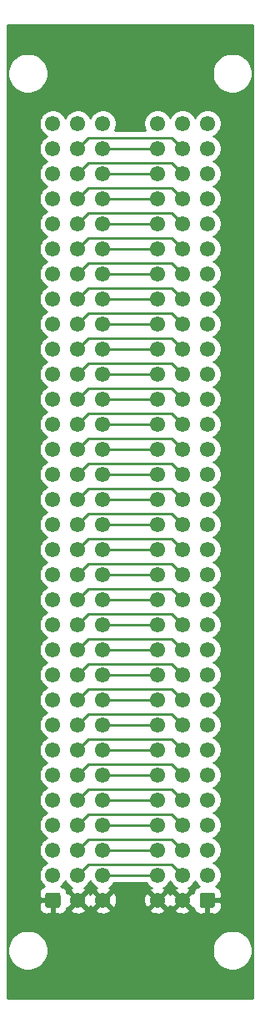
<source format=gtl>
G04 #@! TF.GenerationSoftware,KiCad,Pcbnew,(5.1.7)-1*
G04 #@! TF.CreationDate,2022-02-14T00:20:13+00:00*
G04 #@! TF.ProjectId,bp_fp_connector,62705f66-705f-4636-9f6e-6e6563746f72,rev?*
G04 #@! TF.SameCoordinates,Original*
G04 #@! TF.FileFunction,Copper,L1,Top*
G04 #@! TF.FilePolarity,Positive*
%FSLAX46Y46*%
G04 Gerber Fmt 4.6, Leading zero omitted, Abs format (unit mm)*
G04 Created by KiCad (PCBNEW (5.1.7)-1) date 2022-02-14 00:20:13*
%MOMM*%
%LPD*%
G01*
G04 APERTURE LIST*
G04 #@! TA.AperFunction,ComponentPad*
%ADD10C,1.550000*%
G04 #@! TD*
G04 #@! TA.AperFunction,Conductor*
%ADD11C,0.250000*%
G04 #@! TD*
G04 #@! TA.AperFunction,Conductor*
%ADD12C,0.254000*%
G04 #@! TD*
G04 #@! TA.AperFunction,Conductor*
%ADD13C,0.100000*%
G04 #@! TD*
G04 APERTURE END LIST*
D10*
X27920000Y-22630000D03*
X27920000Y-25170000D03*
X27920000Y-27710000D03*
X27920000Y-30250000D03*
X27920000Y-32790000D03*
X27920000Y-35330000D03*
X27920000Y-37870000D03*
X27920000Y-40410000D03*
X27920000Y-42950000D03*
X27920000Y-45490000D03*
X27920000Y-48030000D03*
X27920000Y-50570000D03*
X27920000Y-53110000D03*
X27920000Y-55650000D03*
X27920000Y-58190000D03*
X27920000Y-60730000D03*
X27920000Y-63270000D03*
X27920000Y-65810000D03*
X27920000Y-68350000D03*
X27920000Y-70890000D03*
X27920000Y-73430000D03*
X27920000Y-75970000D03*
X27920000Y-78510000D03*
X27920000Y-81050000D03*
X27920000Y-83590000D03*
X27920000Y-86130000D03*
X27920000Y-88670000D03*
X27920000Y-91210000D03*
X27920000Y-93750000D03*
X27920000Y-96290000D03*
X27920000Y-98830000D03*
X27920000Y-101370000D03*
X30460000Y-22630000D03*
X30460000Y-25170000D03*
X30460000Y-27710000D03*
X30460000Y-30250000D03*
X30460000Y-32790000D03*
X30460000Y-35330000D03*
X30460000Y-37870000D03*
X30460000Y-40410000D03*
X30460000Y-42950000D03*
X30460000Y-45490000D03*
X30460000Y-48030000D03*
X30460000Y-50570000D03*
X30460000Y-53110000D03*
X30460000Y-55650000D03*
X30460000Y-58190000D03*
X30460000Y-60730000D03*
X30460000Y-63270000D03*
X30460000Y-65810000D03*
X30460000Y-68350000D03*
X30460000Y-70890000D03*
X30460000Y-73430000D03*
X30460000Y-75970000D03*
X30460000Y-78510000D03*
X30460000Y-81050000D03*
X30460000Y-83590000D03*
X30460000Y-86130000D03*
X30460000Y-88670000D03*
X30460000Y-91210000D03*
X30460000Y-93750000D03*
X30460000Y-96290000D03*
X30460000Y-98830000D03*
X30460000Y-101370000D03*
X33000000Y-22630000D03*
X33000000Y-25170000D03*
X33000000Y-27710000D03*
X33000000Y-30250000D03*
X33000000Y-32790000D03*
X33000000Y-35330000D03*
X33000000Y-37870000D03*
X33000000Y-40410000D03*
X33000000Y-42950000D03*
X33000000Y-45490000D03*
X33000000Y-48030000D03*
X33000000Y-50570000D03*
X33000000Y-53110000D03*
X33000000Y-55650000D03*
X33000000Y-58190000D03*
X33000000Y-60730000D03*
X33000000Y-63270000D03*
X33000000Y-65810000D03*
X33000000Y-68350000D03*
X33000000Y-70890000D03*
X33000000Y-73430000D03*
X33000000Y-75970000D03*
X33000000Y-78510000D03*
X33000000Y-81050000D03*
X33000000Y-83590000D03*
X33000000Y-86130000D03*
X33000000Y-88670000D03*
X33000000Y-91210000D03*
X33000000Y-93750000D03*
X33000000Y-96290000D03*
X33000000Y-98830000D03*
G04 #@! TA.AperFunction,ComponentPad*
G36*
G01*
X32225000Y-101895450D02*
X32225000Y-100844550D01*
G75*
G02*
X32474550Y-100595000I249550J0D01*
G01*
X33525450Y-100595000D01*
G75*
G02*
X33775000Y-100844550I0J-249550D01*
G01*
X33775000Y-101895450D01*
G75*
G02*
X33525450Y-102145000I-249550J0D01*
G01*
X32474550Y-102145000D01*
G75*
G02*
X32225000Y-101895450I0J249550D01*
G01*
G37*
G04 #@! TD.AperFunction*
X22375000Y-22630000D03*
X22375000Y-25170000D03*
X22375000Y-27710000D03*
X22375000Y-30250000D03*
X22375000Y-32790000D03*
X22375000Y-35330000D03*
X22375000Y-37870000D03*
X22375000Y-40410000D03*
X22375000Y-42950000D03*
X22375000Y-45490000D03*
X22375000Y-48030000D03*
X22375000Y-50570000D03*
X22375000Y-53110000D03*
X22375000Y-55650000D03*
X22375000Y-58190000D03*
X22375000Y-60730000D03*
X22375000Y-63270000D03*
X22375000Y-65810000D03*
X22375000Y-68350000D03*
X22375000Y-70890000D03*
X22375000Y-73430000D03*
X22375000Y-75970000D03*
X22375000Y-78510000D03*
X22375000Y-81050000D03*
X22375000Y-83590000D03*
X22375000Y-86130000D03*
X22375000Y-88670000D03*
X22375000Y-91210000D03*
X22375000Y-93750000D03*
X22375000Y-96290000D03*
X22375000Y-98830000D03*
X22375000Y-101370000D03*
X19835000Y-22630000D03*
X19835000Y-25170000D03*
X19835000Y-27710000D03*
X19835000Y-30250000D03*
X19835000Y-32790000D03*
X19835000Y-35330000D03*
X19835000Y-37870000D03*
X19835000Y-40410000D03*
X19835000Y-42950000D03*
X19835000Y-45490000D03*
X19835000Y-48030000D03*
X19835000Y-50570000D03*
X19835000Y-53110000D03*
X19835000Y-55650000D03*
X19835000Y-58190000D03*
X19835000Y-60730000D03*
X19835000Y-63270000D03*
X19835000Y-65810000D03*
X19835000Y-68350000D03*
X19835000Y-70890000D03*
X19835000Y-73430000D03*
X19835000Y-75970000D03*
X19835000Y-78510000D03*
X19835000Y-81050000D03*
X19835000Y-83590000D03*
X19835000Y-86130000D03*
X19835000Y-88670000D03*
X19835000Y-91210000D03*
X19835000Y-93750000D03*
X19835000Y-96290000D03*
X19835000Y-98830000D03*
X19835000Y-101370000D03*
X17295000Y-22630000D03*
X17295000Y-25170000D03*
X17295000Y-27710000D03*
X17295000Y-30250000D03*
X17295000Y-32790000D03*
X17295000Y-35330000D03*
X17295000Y-37870000D03*
X17295000Y-40410000D03*
X17295000Y-42950000D03*
X17295000Y-45490000D03*
X17295000Y-48030000D03*
X17295000Y-50570000D03*
X17295000Y-53110000D03*
X17295000Y-55650000D03*
X17295000Y-58190000D03*
X17295000Y-60730000D03*
X17295000Y-63270000D03*
X17295000Y-65810000D03*
X17295000Y-68350000D03*
X17295000Y-70890000D03*
X17295000Y-73430000D03*
X17295000Y-75970000D03*
X17295000Y-78510000D03*
X17295000Y-81050000D03*
X17295000Y-83590000D03*
X17295000Y-86130000D03*
X17295000Y-88670000D03*
X17295000Y-91210000D03*
X17295000Y-93750000D03*
X17295000Y-96290000D03*
X17295000Y-98830000D03*
G04 #@! TA.AperFunction,ComponentPad*
G36*
G01*
X18070000Y-100844550D02*
X18070000Y-101895450D01*
G75*
G02*
X17820450Y-102145000I-249550J0D01*
G01*
X16769550Y-102145000D01*
G75*
G02*
X16520000Y-101895450I0J249550D01*
G01*
X16520000Y-100844550D01*
G75*
G02*
X16769550Y-100595000I249550J0D01*
G01*
X17820450Y-100595000D01*
G75*
G02*
X18070000Y-100844550I0J-249550D01*
G01*
G37*
G04 #@! TD.AperFunction*
D11*
X27920000Y-25170000D02*
X22375000Y-25170000D01*
X27920000Y-27710000D02*
X22375000Y-27710000D01*
X27920000Y-30250000D02*
X22375000Y-30250000D01*
X27920000Y-32790000D02*
X22375000Y-32790000D01*
X27920000Y-35330000D02*
X22375000Y-35330000D01*
X27920000Y-37870000D02*
X22375000Y-37870000D01*
X27920000Y-40410000D02*
X22375000Y-40410000D01*
X27920000Y-42950000D02*
X22375000Y-42950000D01*
X27920000Y-45490000D02*
X22375000Y-45490000D01*
X27920000Y-48030000D02*
X22375000Y-48030000D01*
X27920000Y-50570000D02*
X22375000Y-50570000D01*
X27920000Y-53110000D02*
X22375000Y-53110000D01*
X27920000Y-55650000D02*
X22375000Y-55650000D01*
X27920000Y-58190000D02*
X22375000Y-58190000D01*
X27920000Y-60730000D02*
X22375000Y-60730000D01*
X27920000Y-63270000D02*
X22375000Y-63270000D01*
X27920000Y-65810000D02*
X22375000Y-65810000D01*
X27920000Y-68350000D02*
X22375000Y-68350000D01*
X27920000Y-70890000D02*
X22375000Y-70890000D01*
X27920000Y-73430000D02*
X22375000Y-73430000D01*
X27920000Y-75970000D02*
X22375000Y-75970000D01*
X27920000Y-78510000D02*
X22375000Y-78510000D01*
X27920000Y-81050000D02*
X22375000Y-81050000D01*
X27920000Y-83590000D02*
X22375000Y-83590000D01*
X27920000Y-86130000D02*
X22375000Y-86130000D01*
X27920000Y-88670000D02*
X22375000Y-88670000D01*
X27920000Y-91210000D02*
X22375000Y-91210000D01*
X27920000Y-93750000D02*
X22375000Y-93750000D01*
X27920000Y-96290000D02*
X22375000Y-96290000D01*
X27920000Y-98830000D02*
X22375000Y-98830000D01*
X30460000Y-25170000D02*
X29359999Y-24069999D01*
X29359999Y-24069999D02*
X20935001Y-24069999D01*
X20935001Y-24069999D02*
X19835000Y-25170000D01*
X30460000Y-27710000D02*
X29359999Y-26609999D01*
X29359999Y-26609999D02*
X20935001Y-26609999D01*
X20935001Y-26609999D02*
X19835000Y-27710000D01*
X30460000Y-30250000D02*
X29359999Y-29149999D01*
X29359999Y-29149999D02*
X20935001Y-29149999D01*
X20935001Y-29149999D02*
X19835000Y-30250000D01*
X30460000Y-32790000D02*
X29359999Y-31689999D01*
X29359999Y-31689999D02*
X20935001Y-31689999D01*
X20935001Y-31689999D02*
X19835000Y-32790000D01*
X30460000Y-35330000D02*
X29359999Y-34229999D01*
X29359999Y-34229999D02*
X20935001Y-34229999D01*
X20935001Y-34229999D02*
X19835000Y-35330000D01*
X30460000Y-37870000D02*
X29359999Y-36769999D01*
X29359999Y-36769999D02*
X20935001Y-36769999D01*
X20935001Y-36769999D02*
X19835000Y-37870000D01*
X30460000Y-40410000D02*
X29359999Y-39309999D01*
X29359999Y-39309999D02*
X20935001Y-39309999D01*
X20935001Y-39309999D02*
X19835000Y-40410000D01*
X30460000Y-42950000D02*
X29359999Y-41849999D01*
X29359999Y-41849999D02*
X20935001Y-41849999D01*
X20935001Y-41849999D02*
X19835000Y-42950000D01*
X30460000Y-45490000D02*
X29359999Y-44389999D01*
X29359999Y-44389999D02*
X20935001Y-44389999D01*
X20935001Y-44389999D02*
X19835000Y-45490000D01*
X30460000Y-48030000D02*
X29359999Y-46929999D01*
X29359999Y-46929999D02*
X20935001Y-46929999D01*
X20935001Y-46929999D02*
X19835000Y-48030000D01*
X30460000Y-50570000D02*
X29359999Y-49469999D01*
X29359999Y-49469999D02*
X20935001Y-49469999D01*
X20935001Y-49469999D02*
X19835000Y-50570000D01*
X30460000Y-53110000D02*
X29359999Y-52009999D01*
X29359999Y-52009999D02*
X20935001Y-52009999D01*
X20935001Y-52009999D02*
X19835000Y-53110000D01*
X30460000Y-55650000D02*
X29359999Y-54549999D01*
X29359999Y-54549999D02*
X20935001Y-54549999D01*
X20935001Y-54549999D02*
X19835000Y-55650000D01*
X30460000Y-58190000D02*
X29359999Y-57089999D01*
X29359999Y-57089999D02*
X20935001Y-57089999D01*
X20935001Y-57089999D02*
X19835000Y-58190000D01*
X30460000Y-60730000D02*
X29359999Y-59629999D01*
X29359999Y-59629999D02*
X20935001Y-59629999D01*
X20935001Y-59629999D02*
X19835000Y-60730000D01*
X30460000Y-63270000D02*
X29359999Y-62169999D01*
X29359999Y-62169999D02*
X20935001Y-62169999D01*
X20935001Y-62169999D02*
X19835000Y-63270000D01*
X30460000Y-65810000D02*
X29359999Y-64709999D01*
X29359999Y-64709999D02*
X20935001Y-64709999D01*
X20935001Y-64709999D02*
X19835000Y-65810000D01*
X30460000Y-68350000D02*
X29359999Y-67249999D01*
X29359999Y-67249999D02*
X20935001Y-67249999D01*
X20935001Y-67249999D02*
X19835000Y-68350000D01*
X30460000Y-70890000D02*
X29359999Y-69789999D01*
X29359999Y-69789999D02*
X20935001Y-69789999D01*
X20935001Y-69789999D02*
X19835000Y-70890000D01*
X30460000Y-73430000D02*
X29359999Y-72329999D01*
X29359999Y-72329999D02*
X20935001Y-72329999D01*
X20935001Y-72329999D02*
X19835000Y-73430000D01*
X30460000Y-75970000D02*
X29359999Y-74869999D01*
X29359999Y-74869999D02*
X20935001Y-74869999D01*
X20935001Y-74869999D02*
X19835000Y-75970000D01*
X30460000Y-78510000D02*
X29359999Y-77409999D01*
X29359999Y-77409999D02*
X20935001Y-77409999D01*
X20935001Y-77409999D02*
X19835000Y-78510000D01*
X30460000Y-81050000D02*
X29359999Y-79949999D01*
X29359999Y-79949999D02*
X20935001Y-79949999D01*
X20935001Y-79949999D02*
X19835000Y-81050000D01*
X30460000Y-83590000D02*
X29359999Y-82489999D01*
X29359999Y-82489999D02*
X20935001Y-82489999D01*
X20935001Y-82489999D02*
X19835000Y-83590000D01*
X30460000Y-86130000D02*
X29359999Y-85029999D01*
X29359999Y-85029999D02*
X20935001Y-85029999D01*
X20935001Y-85029999D02*
X19835000Y-86130000D01*
X30460000Y-88670000D02*
X29359999Y-87569999D01*
X29359999Y-87569999D02*
X20935001Y-87569999D01*
X20935001Y-87569999D02*
X19835000Y-88670000D01*
X30460000Y-91210000D02*
X29359999Y-90109999D01*
X29359999Y-90109999D02*
X20935001Y-90109999D01*
X20935001Y-90109999D02*
X19835000Y-91210000D01*
X30460000Y-93750000D02*
X29359999Y-92649999D01*
X29359999Y-92649999D02*
X20935001Y-92649999D01*
X20935001Y-92649999D02*
X19835000Y-93750000D01*
X30460000Y-96290000D02*
X29359999Y-95189999D01*
X29359999Y-95189999D02*
X20935001Y-95189999D01*
X20935001Y-95189999D02*
X19835000Y-96290000D01*
X30460000Y-98830000D02*
X29359999Y-97729999D01*
X29359999Y-97729999D02*
X20935001Y-97729999D01*
X20935001Y-97729999D02*
X19835000Y-98830000D01*
D12*
X37615001Y-111315000D02*
X12685000Y-111315000D01*
X12685000Y-106247108D01*
X12695000Y-106247108D01*
X12695000Y-106652892D01*
X12774165Y-107050880D01*
X12929452Y-107425776D01*
X13154894Y-107763173D01*
X13441827Y-108050106D01*
X13779224Y-108275548D01*
X14154120Y-108430835D01*
X14552108Y-108510000D01*
X14957892Y-108510000D01*
X15355880Y-108430835D01*
X15730776Y-108275548D01*
X16068173Y-108050106D01*
X16355106Y-107763173D01*
X16580548Y-107425776D01*
X16735835Y-107050880D01*
X16815000Y-106652892D01*
X16815000Y-106247108D01*
X33480000Y-106247108D01*
X33480000Y-106652892D01*
X33559165Y-107050880D01*
X33714452Y-107425776D01*
X33939894Y-107763173D01*
X34226827Y-108050106D01*
X34564224Y-108275548D01*
X34939120Y-108430835D01*
X35337108Y-108510000D01*
X35742892Y-108510000D01*
X36140880Y-108430835D01*
X36515776Y-108275548D01*
X36853173Y-108050106D01*
X37140106Y-107763173D01*
X37365548Y-107425776D01*
X37520835Y-107050880D01*
X37600000Y-106652892D01*
X37600000Y-106247108D01*
X37520835Y-105849120D01*
X37365548Y-105474224D01*
X37140106Y-105136827D01*
X36853173Y-104849894D01*
X36515776Y-104624452D01*
X36140880Y-104469165D01*
X35742892Y-104390000D01*
X35337108Y-104390000D01*
X34939120Y-104469165D01*
X34564224Y-104624452D01*
X34226827Y-104849894D01*
X33939894Y-105136827D01*
X33714452Y-105474224D01*
X33559165Y-105849120D01*
X33480000Y-106247108D01*
X16815000Y-106247108D01*
X16735835Y-105849120D01*
X16580548Y-105474224D01*
X16355106Y-105136827D01*
X16068173Y-104849894D01*
X15730776Y-104624452D01*
X15355880Y-104469165D01*
X14957892Y-104390000D01*
X14552108Y-104390000D01*
X14154120Y-104469165D01*
X13779224Y-104624452D01*
X13441827Y-104849894D01*
X13154894Y-105136827D01*
X12929452Y-105474224D01*
X12774165Y-105849120D01*
X12695000Y-106247108D01*
X12685000Y-106247108D01*
X12685000Y-102145000D01*
X15881928Y-102145000D01*
X15894188Y-102269482D01*
X15930498Y-102389180D01*
X15989463Y-102499494D01*
X16068815Y-102596185D01*
X16165506Y-102675537D01*
X16275820Y-102734502D01*
X16395518Y-102770812D01*
X16520000Y-102783072D01*
X17009250Y-102780000D01*
X17168000Y-102621250D01*
X17168000Y-101497000D01*
X16043750Y-101497000D01*
X15885000Y-101655750D01*
X15881928Y-102145000D01*
X12685000Y-102145000D01*
X12685000Y-100595000D01*
X15881928Y-100595000D01*
X15885000Y-101084250D01*
X16043750Y-101243000D01*
X17168000Y-101243000D01*
X17168000Y-101223000D01*
X17422000Y-101223000D01*
X17422000Y-101243000D01*
X17442000Y-101243000D01*
X17442000Y-101497000D01*
X17422000Y-101497000D01*
X17422000Y-102621250D01*
X17580750Y-102780000D01*
X18070000Y-102783072D01*
X18194482Y-102770812D01*
X18314180Y-102734502D01*
X18424494Y-102675537D01*
X18521185Y-102596185D01*
X18600537Y-102499494D01*
X18659502Y-102389180D01*
X18672949Y-102344849D01*
X19039756Y-102344849D01*
X19108310Y-102586268D01*
X19359556Y-102704668D01*
X19629071Y-102771778D01*
X19906502Y-102785018D01*
X20181184Y-102743879D01*
X20442562Y-102649943D01*
X20561690Y-102586268D01*
X20630244Y-102344849D01*
X21579756Y-102344849D01*
X21648310Y-102586268D01*
X21899556Y-102704668D01*
X22169071Y-102771778D01*
X22446502Y-102785018D01*
X22721184Y-102743879D01*
X22982562Y-102649943D01*
X23101690Y-102586268D01*
X23170244Y-102344849D01*
X27124756Y-102344849D01*
X27193310Y-102586268D01*
X27444556Y-102704668D01*
X27714071Y-102771778D01*
X27991502Y-102785018D01*
X28266184Y-102743879D01*
X28527562Y-102649943D01*
X28646690Y-102586268D01*
X28715244Y-102344849D01*
X29664756Y-102344849D01*
X29733310Y-102586268D01*
X29984556Y-102704668D01*
X30254071Y-102771778D01*
X30531502Y-102785018D01*
X30806184Y-102743879D01*
X31067562Y-102649943D01*
X31186690Y-102586268D01*
X31255244Y-102344849D01*
X30460000Y-101549605D01*
X29664756Y-102344849D01*
X28715244Y-102344849D01*
X27920000Y-101549605D01*
X27124756Y-102344849D01*
X23170244Y-102344849D01*
X22375000Y-101549605D01*
X21579756Y-102344849D01*
X20630244Y-102344849D01*
X19835000Y-101549605D01*
X19039756Y-102344849D01*
X18672949Y-102344849D01*
X18695812Y-102269482D01*
X18708072Y-102145000D01*
X18707928Y-102122018D01*
X18860151Y-102165244D01*
X19655395Y-101370000D01*
X20014605Y-101370000D01*
X20809849Y-102165244D01*
X21051268Y-102096690D01*
X21101620Y-101989841D01*
X21158732Y-102096690D01*
X21400151Y-102165244D01*
X22195395Y-101370000D01*
X22554605Y-101370000D01*
X23349849Y-102165244D01*
X23591268Y-102096690D01*
X23709668Y-101845444D01*
X23776778Y-101575929D01*
X23783193Y-101441502D01*
X26504982Y-101441502D01*
X26546121Y-101716184D01*
X26640057Y-101977562D01*
X26703732Y-102096690D01*
X26945151Y-102165244D01*
X27740395Y-101370000D01*
X28099605Y-101370000D01*
X28894849Y-102165244D01*
X29136268Y-102096690D01*
X29186620Y-101989841D01*
X29243732Y-102096690D01*
X29485151Y-102165244D01*
X30280395Y-101370000D01*
X29485151Y-100574756D01*
X29243732Y-100643310D01*
X29193380Y-100750159D01*
X29136268Y-100643310D01*
X28894849Y-100574756D01*
X28099605Y-101370000D01*
X27740395Y-101370000D01*
X26945151Y-100574756D01*
X26703732Y-100643310D01*
X26585332Y-100894556D01*
X26518222Y-101164071D01*
X26504982Y-101441502D01*
X23783193Y-101441502D01*
X23790018Y-101298498D01*
X23748879Y-101023816D01*
X23654943Y-100762438D01*
X23591268Y-100643310D01*
X23349849Y-100574756D01*
X22554605Y-101370000D01*
X22195395Y-101370000D01*
X21400151Y-100574756D01*
X21158732Y-100643310D01*
X21108380Y-100750159D01*
X21051268Y-100643310D01*
X20809849Y-100574756D01*
X20014605Y-101370000D01*
X19655395Y-101370000D01*
X18860151Y-100574756D01*
X18707928Y-100617982D01*
X18708072Y-100595000D01*
X18695812Y-100470518D01*
X18659502Y-100350820D01*
X18600537Y-100240506D01*
X18521185Y-100143815D01*
X18424494Y-100064463D01*
X18314180Y-100005498D01*
X18194482Y-99969188D01*
X18136555Y-99963483D01*
X18193822Y-99925218D01*
X18390218Y-99728822D01*
X18544525Y-99497885D01*
X18565000Y-99448454D01*
X18585475Y-99497885D01*
X18739782Y-99728822D01*
X18936178Y-99925218D01*
X19167115Y-100079525D01*
X19212202Y-100098201D01*
X19108310Y-100153732D01*
X19039756Y-100395151D01*
X19835000Y-101190395D01*
X20630244Y-100395151D01*
X20561690Y-100153732D01*
X20450376Y-100101275D01*
X20502885Y-100079525D01*
X20733822Y-99925218D01*
X20930218Y-99728822D01*
X21084525Y-99497885D01*
X21105000Y-99448454D01*
X21125475Y-99497885D01*
X21279782Y-99728822D01*
X21476178Y-99925218D01*
X21707115Y-100079525D01*
X21752202Y-100098201D01*
X21648310Y-100153732D01*
X21579756Y-100395151D01*
X22375000Y-101190395D01*
X23170244Y-100395151D01*
X23101690Y-100153732D01*
X22990376Y-100101275D01*
X23042885Y-100079525D01*
X23273822Y-99925218D01*
X23470218Y-99728822D01*
X23562976Y-99590000D01*
X26732024Y-99590000D01*
X26824782Y-99728822D01*
X27021178Y-99925218D01*
X27252115Y-100079525D01*
X27297202Y-100098201D01*
X27193310Y-100153732D01*
X27124756Y-100395151D01*
X27920000Y-101190395D01*
X28715244Y-100395151D01*
X28646690Y-100153732D01*
X28535376Y-100101275D01*
X28587885Y-100079525D01*
X28818822Y-99925218D01*
X29015218Y-99728822D01*
X29169525Y-99497885D01*
X29190000Y-99448454D01*
X29210475Y-99497885D01*
X29364782Y-99728822D01*
X29561178Y-99925218D01*
X29792115Y-100079525D01*
X29837202Y-100098201D01*
X29733310Y-100153732D01*
X29664756Y-100395151D01*
X30460000Y-101190395D01*
X31255244Y-100395151D01*
X31186690Y-100153732D01*
X31075376Y-100101275D01*
X31127885Y-100079525D01*
X31358822Y-99925218D01*
X31555218Y-99728822D01*
X31709525Y-99497885D01*
X31730000Y-99448454D01*
X31750475Y-99497885D01*
X31904782Y-99728822D01*
X32101178Y-99925218D01*
X32158445Y-99963483D01*
X32100518Y-99969188D01*
X31980820Y-100005498D01*
X31870506Y-100064463D01*
X31773815Y-100143815D01*
X31694463Y-100240506D01*
X31635498Y-100350820D01*
X31599188Y-100470518D01*
X31586928Y-100595000D01*
X31587072Y-100617982D01*
X31434849Y-100574756D01*
X30639605Y-101370000D01*
X31434849Y-102165244D01*
X31587072Y-102122018D01*
X31586928Y-102145000D01*
X31599188Y-102269482D01*
X31635498Y-102389180D01*
X31694463Y-102499494D01*
X31773815Y-102596185D01*
X31870506Y-102675537D01*
X31980820Y-102734502D01*
X32100518Y-102770812D01*
X32225000Y-102783072D01*
X32714250Y-102780000D01*
X32873000Y-102621250D01*
X32873000Y-101497000D01*
X33127000Y-101497000D01*
X33127000Y-102621250D01*
X33285750Y-102780000D01*
X33775000Y-102783072D01*
X33899482Y-102770812D01*
X34019180Y-102734502D01*
X34129494Y-102675537D01*
X34226185Y-102596185D01*
X34305537Y-102499494D01*
X34364502Y-102389180D01*
X34400812Y-102269482D01*
X34413072Y-102145000D01*
X34410000Y-101655750D01*
X34251250Y-101497000D01*
X33127000Y-101497000D01*
X32873000Y-101497000D01*
X32853000Y-101497000D01*
X32853000Y-101243000D01*
X32873000Y-101243000D01*
X32873000Y-101223000D01*
X33127000Y-101223000D01*
X33127000Y-101243000D01*
X34251250Y-101243000D01*
X34410000Y-101084250D01*
X34413072Y-100595000D01*
X34400812Y-100470518D01*
X34364502Y-100350820D01*
X34305537Y-100240506D01*
X34226185Y-100143815D01*
X34129494Y-100064463D01*
X34019180Y-100005498D01*
X33899482Y-99969188D01*
X33841555Y-99963483D01*
X33898822Y-99925218D01*
X34095218Y-99728822D01*
X34249525Y-99497885D01*
X34355814Y-99241282D01*
X34410000Y-98968873D01*
X34410000Y-98691127D01*
X34355814Y-98418718D01*
X34249525Y-98162115D01*
X34095218Y-97931178D01*
X33898822Y-97734782D01*
X33667885Y-97580475D01*
X33618454Y-97560000D01*
X33667885Y-97539525D01*
X33898822Y-97385218D01*
X34095218Y-97188822D01*
X34249525Y-96957885D01*
X34355814Y-96701282D01*
X34410000Y-96428873D01*
X34410000Y-96151127D01*
X34355814Y-95878718D01*
X34249525Y-95622115D01*
X34095218Y-95391178D01*
X33898822Y-95194782D01*
X33667885Y-95040475D01*
X33618454Y-95020000D01*
X33667885Y-94999525D01*
X33898822Y-94845218D01*
X34095218Y-94648822D01*
X34249525Y-94417885D01*
X34355814Y-94161282D01*
X34410000Y-93888873D01*
X34410000Y-93611127D01*
X34355814Y-93338718D01*
X34249525Y-93082115D01*
X34095218Y-92851178D01*
X33898822Y-92654782D01*
X33667885Y-92500475D01*
X33618454Y-92480000D01*
X33667885Y-92459525D01*
X33898822Y-92305218D01*
X34095218Y-92108822D01*
X34249525Y-91877885D01*
X34355814Y-91621282D01*
X34410000Y-91348873D01*
X34410000Y-91071127D01*
X34355814Y-90798718D01*
X34249525Y-90542115D01*
X34095218Y-90311178D01*
X33898822Y-90114782D01*
X33667885Y-89960475D01*
X33618454Y-89940000D01*
X33667885Y-89919525D01*
X33898822Y-89765218D01*
X34095218Y-89568822D01*
X34249525Y-89337885D01*
X34355814Y-89081282D01*
X34410000Y-88808873D01*
X34410000Y-88531127D01*
X34355814Y-88258718D01*
X34249525Y-88002115D01*
X34095218Y-87771178D01*
X33898822Y-87574782D01*
X33667885Y-87420475D01*
X33618454Y-87400000D01*
X33667885Y-87379525D01*
X33898822Y-87225218D01*
X34095218Y-87028822D01*
X34249525Y-86797885D01*
X34355814Y-86541282D01*
X34410000Y-86268873D01*
X34410000Y-85991127D01*
X34355814Y-85718718D01*
X34249525Y-85462115D01*
X34095218Y-85231178D01*
X33898822Y-85034782D01*
X33667885Y-84880475D01*
X33618454Y-84860000D01*
X33667885Y-84839525D01*
X33898822Y-84685218D01*
X34095218Y-84488822D01*
X34249525Y-84257885D01*
X34355814Y-84001282D01*
X34410000Y-83728873D01*
X34410000Y-83451127D01*
X34355814Y-83178718D01*
X34249525Y-82922115D01*
X34095218Y-82691178D01*
X33898822Y-82494782D01*
X33667885Y-82340475D01*
X33618454Y-82320000D01*
X33667885Y-82299525D01*
X33898822Y-82145218D01*
X34095218Y-81948822D01*
X34249525Y-81717885D01*
X34355814Y-81461282D01*
X34410000Y-81188873D01*
X34410000Y-80911127D01*
X34355814Y-80638718D01*
X34249525Y-80382115D01*
X34095218Y-80151178D01*
X33898822Y-79954782D01*
X33667885Y-79800475D01*
X33618454Y-79780000D01*
X33667885Y-79759525D01*
X33898822Y-79605218D01*
X34095218Y-79408822D01*
X34249525Y-79177885D01*
X34355814Y-78921282D01*
X34410000Y-78648873D01*
X34410000Y-78371127D01*
X34355814Y-78098718D01*
X34249525Y-77842115D01*
X34095218Y-77611178D01*
X33898822Y-77414782D01*
X33667885Y-77260475D01*
X33618454Y-77240000D01*
X33667885Y-77219525D01*
X33898822Y-77065218D01*
X34095218Y-76868822D01*
X34249525Y-76637885D01*
X34355814Y-76381282D01*
X34410000Y-76108873D01*
X34410000Y-75831127D01*
X34355814Y-75558718D01*
X34249525Y-75302115D01*
X34095218Y-75071178D01*
X33898822Y-74874782D01*
X33667885Y-74720475D01*
X33618454Y-74700000D01*
X33667885Y-74679525D01*
X33898822Y-74525218D01*
X34095218Y-74328822D01*
X34249525Y-74097885D01*
X34355814Y-73841282D01*
X34410000Y-73568873D01*
X34410000Y-73291127D01*
X34355814Y-73018718D01*
X34249525Y-72762115D01*
X34095218Y-72531178D01*
X33898822Y-72334782D01*
X33667885Y-72180475D01*
X33618454Y-72160000D01*
X33667885Y-72139525D01*
X33898822Y-71985218D01*
X34095218Y-71788822D01*
X34249525Y-71557885D01*
X34355814Y-71301282D01*
X34410000Y-71028873D01*
X34410000Y-70751127D01*
X34355814Y-70478718D01*
X34249525Y-70222115D01*
X34095218Y-69991178D01*
X33898822Y-69794782D01*
X33667885Y-69640475D01*
X33618454Y-69620000D01*
X33667885Y-69599525D01*
X33898822Y-69445218D01*
X34095218Y-69248822D01*
X34249525Y-69017885D01*
X34355814Y-68761282D01*
X34410000Y-68488873D01*
X34410000Y-68211127D01*
X34355814Y-67938718D01*
X34249525Y-67682115D01*
X34095218Y-67451178D01*
X33898822Y-67254782D01*
X33667885Y-67100475D01*
X33618454Y-67080000D01*
X33667885Y-67059525D01*
X33898822Y-66905218D01*
X34095218Y-66708822D01*
X34249525Y-66477885D01*
X34355814Y-66221282D01*
X34410000Y-65948873D01*
X34410000Y-65671127D01*
X34355814Y-65398718D01*
X34249525Y-65142115D01*
X34095218Y-64911178D01*
X33898822Y-64714782D01*
X33667885Y-64560475D01*
X33618454Y-64540000D01*
X33667885Y-64519525D01*
X33898822Y-64365218D01*
X34095218Y-64168822D01*
X34249525Y-63937885D01*
X34355814Y-63681282D01*
X34410000Y-63408873D01*
X34410000Y-63131127D01*
X34355814Y-62858718D01*
X34249525Y-62602115D01*
X34095218Y-62371178D01*
X33898822Y-62174782D01*
X33667885Y-62020475D01*
X33618454Y-62000000D01*
X33667885Y-61979525D01*
X33898822Y-61825218D01*
X34095218Y-61628822D01*
X34249525Y-61397885D01*
X34355814Y-61141282D01*
X34410000Y-60868873D01*
X34410000Y-60591127D01*
X34355814Y-60318718D01*
X34249525Y-60062115D01*
X34095218Y-59831178D01*
X33898822Y-59634782D01*
X33667885Y-59480475D01*
X33618454Y-59460000D01*
X33667885Y-59439525D01*
X33898822Y-59285218D01*
X34095218Y-59088822D01*
X34249525Y-58857885D01*
X34355814Y-58601282D01*
X34410000Y-58328873D01*
X34410000Y-58051127D01*
X34355814Y-57778718D01*
X34249525Y-57522115D01*
X34095218Y-57291178D01*
X33898822Y-57094782D01*
X33667885Y-56940475D01*
X33618454Y-56920000D01*
X33667885Y-56899525D01*
X33898822Y-56745218D01*
X34095218Y-56548822D01*
X34249525Y-56317885D01*
X34355814Y-56061282D01*
X34410000Y-55788873D01*
X34410000Y-55511127D01*
X34355814Y-55238718D01*
X34249525Y-54982115D01*
X34095218Y-54751178D01*
X33898822Y-54554782D01*
X33667885Y-54400475D01*
X33618454Y-54380000D01*
X33667885Y-54359525D01*
X33898822Y-54205218D01*
X34095218Y-54008822D01*
X34249525Y-53777885D01*
X34355814Y-53521282D01*
X34410000Y-53248873D01*
X34410000Y-52971127D01*
X34355814Y-52698718D01*
X34249525Y-52442115D01*
X34095218Y-52211178D01*
X33898822Y-52014782D01*
X33667885Y-51860475D01*
X33618454Y-51840000D01*
X33667885Y-51819525D01*
X33898822Y-51665218D01*
X34095218Y-51468822D01*
X34249525Y-51237885D01*
X34355814Y-50981282D01*
X34410000Y-50708873D01*
X34410000Y-50431127D01*
X34355814Y-50158718D01*
X34249525Y-49902115D01*
X34095218Y-49671178D01*
X33898822Y-49474782D01*
X33667885Y-49320475D01*
X33618454Y-49300000D01*
X33667885Y-49279525D01*
X33898822Y-49125218D01*
X34095218Y-48928822D01*
X34249525Y-48697885D01*
X34355814Y-48441282D01*
X34410000Y-48168873D01*
X34410000Y-47891127D01*
X34355814Y-47618718D01*
X34249525Y-47362115D01*
X34095218Y-47131178D01*
X33898822Y-46934782D01*
X33667885Y-46780475D01*
X33618454Y-46760000D01*
X33667885Y-46739525D01*
X33898822Y-46585218D01*
X34095218Y-46388822D01*
X34249525Y-46157885D01*
X34355814Y-45901282D01*
X34410000Y-45628873D01*
X34410000Y-45351127D01*
X34355814Y-45078718D01*
X34249525Y-44822115D01*
X34095218Y-44591178D01*
X33898822Y-44394782D01*
X33667885Y-44240475D01*
X33618454Y-44220000D01*
X33667885Y-44199525D01*
X33898822Y-44045218D01*
X34095218Y-43848822D01*
X34249525Y-43617885D01*
X34355814Y-43361282D01*
X34410000Y-43088873D01*
X34410000Y-42811127D01*
X34355814Y-42538718D01*
X34249525Y-42282115D01*
X34095218Y-42051178D01*
X33898822Y-41854782D01*
X33667885Y-41700475D01*
X33618454Y-41680000D01*
X33667885Y-41659525D01*
X33898822Y-41505218D01*
X34095218Y-41308822D01*
X34249525Y-41077885D01*
X34355814Y-40821282D01*
X34410000Y-40548873D01*
X34410000Y-40271127D01*
X34355814Y-39998718D01*
X34249525Y-39742115D01*
X34095218Y-39511178D01*
X33898822Y-39314782D01*
X33667885Y-39160475D01*
X33618454Y-39140000D01*
X33667885Y-39119525D01*
X33898822Y-38965218D01*
X34095218Y-38768822D01*
X34249525Y-38537885D01*
X34355814Y-38281282D01*
X34410000Y-38008873D01*
X34410000Y-37731127D01*
X34355814Y-37458718D01*
X34249525Y-37202115D01*
X34095218Y-36971178D01*
X33898822Y-36774782D01*
X33667885Y-36620475D01*
X33618454Y-36600000D01*
X33667885Y-36579525D01*
X33898822Y-36425218D01*
X34095218Y-36228822D01*
X34249525Y-35997885D01*
X34355814Y-35741282D01*
X34410000Y-35468873D01*
X34410000Y-35191127D01*
X34355814Y-34918718D01*
X34249525Y-34662115D01*
X34095218Y-34431178D01*
X33898822Y-34234782D01*
X33667885Y-34080475D01*
X33618454Y-34060000D01*
X33667885Y-34039525D01*
X33898822Y-33885218D01*
X34095218Y-33688822D01*
X34249525Y-33457885D01*
X34355814Y-33201282D01*
X34410000Y-32928873D01*
X34410000Y-32651127D01*
X34355814Y-32378718D01*
X34249525Y-32122115D01*
X34095218Y-31891178D01*
X33898822Y-31694782D01*
X33667885Y-31540475D01*
X33618454Y-31520000D01*
X33667885Y-31499525D01*
X33898822Y-31345218D01*
X34095218Y-31148822D01*
X34249525Y-30917885D01*
X34355814Y-30661282D01*
X34410000Y-30388873D01*
X34410000Y-30111127D01*
X34355814Y-29838718D01*
X34249525Y-29582115D01*
X34095218Y-29351178D01*
X33898822Y-29154782D01*
X33667885Y-29000475D01*
X33618454Y-28980000D01*
X33667885Y-28959525D01*
X33898822Y-28805218D01*
X34095218Y-28608822D01*
X34249525Y-28377885D01*
X34355814Y-28121282D01*
X34410000Y-27848873D01*
X34410000Y-27571127D01*
X34355814Y-27298718D01*
X34249525Y-27042115D01*
X34095218Y-26811178D01*
X33898822Y-26614782D01*
X33667885Y-26460475D01*
X33618454Y-26440000D01*
X33667885Y-26419525D01*
X33898822Y-26265218D01*
X34095218Y-26068822D01*
X34249525Y-25837885D01*
X34355814Y-25581282D01*
X34410000Y-25308873D01*
X34410000Y-25031127D01*
X34355814Y-24758718D01*
X34249525Y-24502115D01*
X34095218Y-24271178D01*
X33898822Y-24074782D01*
X33667885Y-23920475D01*
X33618454Y-23900000D01*
X33667885Y-23879525D01*
X33898822Y-23725218D01*
X34095218Y-23528822D01*
X34249525Y-23297885D01*
X34355814Y-23041282D01*
X34410000Y-22768873D01*
X34410000Y-22491127D01*
X34355814Y-22218718D01*
X34249525Y-21962115D01*
X34095218Y-21731178D01*
X33898822Y-21534782D01*
X33667885Y-21380475D01*
X33411282Y-21274186D01*
X33138873Y-21220000D01*
X32861127Y-21220000D01*
X32588718Y-21274186D01*
X32332115Y-21380475D01*
X32101178Y-21534782D01*
X31904782Y-21731178D01*
X31750475Y-21962115D01*
X31730000Y-22011546D01*
X31709525Y-21962115D01*
X31555218Y-21731178D01*
X31358822Y-21534782D01*
X31127885Y-21380475D01*
X30871282Y-21274186D01*
X30598873Y-21220000D01*
X30321127Y-21220000D01*
X30048718Y-21274186D01*
X29792115Y-21380475D01*
X29561178Y-21534782D01*
X29364782Y-21731178D01*
X29210475Y-21962115D01*
X29190000Y-22011546D01*
X29169525Y-21962115D01*
X29015218Y-21731178D01*
X28818822Y-21534782D01*
X28587885Y-21380475D01*
X28331282Y-21274186D01*
X28058873Y-21220000D01*
X27781127Y-21220000D01*
X27508718Y-21274186D01*
X27252115Y-21380475D01*
X27021178Y-21534782D01*
X26824782Y-21731178D01*
X26670475Y-21962115D01*
X26564186Y-22218718D01*
X26510000Y-22491127D01*
X26510000Y-22768873D01*
X26564186Y-23041282D01*
X26670475Y-23297885D01*
X26678569Y-23309999D01*
X23616431Y-23309999D01*
X23624525Y-23297885D01*
X23730814Y-23041282D01*
X23785000Y-22768873D01*
X23785000Y-22491127D01*
X23730814Y-22218718D01*
X23624525Y-21962115D01*
X23470218Y-21731178D01*
X23273822Y-21534782D01*
X23042885Y-21380475D01*
X22786282Y-21274186D01*
X22513873Y-21220000D01*
X22236127Y-21220000D01*
X21963718Y-21274186D01*
X21707115Y-21380475D01*
X21476178Y-21534782D01*
X21279782Y-21731178D01*
X21125475Y-21962115D01*
X21105000Y-22011546D01*
X21084525Y-21962115D01*
X20930218Y-21731178D01*
X20733822Y-21534782D01*
X20502885Y-21380475D01*
X20246282Y-21274186D01*
X19973873Y-21220000D01*
X19696127Y-21220000D01*
X19423718Y-21274186D01*
X19167115Y-21380475D01*
X18936178Y-21534782D01*
X18739782Y-21731178D01*
X18585475Y-21962115D01*
X18565000Y-22011546D01*
X18544525Y-21962115D01*
X18390218Y-21731178D01*
X18193822Y-21534782D01*
X17962885Y-21380475D01*
X17706282Y-21274186D01*
X17433873Y-21220000D01*
X17156127Y-21220000D01*
X16883718Y-21274186D01*
X16627115Y-21380475D01*
X16396178Y-21534782D01*
X16199782Y-21731178D01*
X16045475Y-21962115D01*
X15939186Y-22218718D01*
X15885000Y-22491127D01*
X15885000Y-22768873D01*
X15939186Y-23041282D01*
X16045475Y-23297885D01*
X16199782Y-23528822D01*
X16396178Y-23725218D01*
X16627115Y-23879525D01*
X16676546Y-23900000D01*
X16627115Y-23920475D01*
X16396178Y-24074782D01*
X16199782Y-24271178D01*
X16045475Y-24502115D01*
X15939186Y-24758718D01*
X15885000Y-25031127D01*
X15885000Y-25308873D01*
X15939186Y-25581282D01*
X16045475Y-25837885D01*
X16199782Y-26068822D01*
X16396178Y-26265218D01*
X16627115Y-26419525D01*
X16676546Y-26440000D01*
X16627115Y-26460475D01*
X16396178Y-26614782D01*
X16199782Y-26811178D01*
X16045475Y-27042115D01*
X15939186Y-27298718D01*
X15885000Y-27571127D01*
X15885000Y-27848873D01*
X15939186Y-28121282D01*
X16045475Y-28377885D01*
X16199782Y-28608822D01*
X16396178Y-28805218D01*
X16627115Y-28959525D01*
X16676546Y-28980000D01*
X16627115Y-29000475D01*
X16396178Y-29154782D01*
X16199782Y-29351178D01*
X16045475Y-29582115D01*
X15939186Y-29838718D01*
X15885000Y-30111127D01*
X15885000Y-30388873D01*
X15939186Y-30661282D01*
X16045475Y-30917885D01*
X16199782Y-31148822D01*
X16396178Y-31345218D01*
X16627115Y-31499525D01*
X16676546Y-31520000D01*
X16627115Y-31540475D01*
X16396178Y-31694782D01*
X16199782Y-31891178D01*
X16045475Y-32122115D01*
X15939186Y-32378718D01*
X15885000Y-32651127D01*
X15885000Y-32928873D01*
X15939186Y-33201282D01*
X16045475Y-33457885D01*
X16199782Y-33688822D01*
X16396178Y-33885218D01*
X16627115Y-34039525D01*
X16676546Y-34060000D01*
X16627115Y-34080475D01*
X16396178Y-34234782D01*
X16199782Y-34431178D01*
X16045475Y-34662115D01*
X15939186Y-34918718D01*
X15885000Y-35191127D01*
X15885000Y-35468873D01*
X15939186Y-35741282D01*
X16045475Y-35997885D01*
X16199782Y-36228822D01*
X16396178Y-36425218D01*
X16627115Y-36579525D01*
X16676546Y-36600000D01*
X16627115Y-36620475D01*
X16396178Y-36774782D01*
X16199782Y-36971178D01*
X16045475Y-37202115D01*
X15939186Y-37458718D01*
X15885000Y-37731127D01*
X15885000Y-38008873D01*
X15939186Y-38281282D01*
X16045475Y-38537885D01*
X16199782Y-38768822D01*
X16396178Y-38965218D01*
X16627115Y-39119525D01*
X16676546Y-39140000D01*
X16627115Y-39160475D01*
X16396178Y-39314782D01*
X16199782Y-39511178D01*
X16045475Y-39742115D01*
X15939186Y-39998718D01*
X15885000Y-40271127D01*
X15885000Y-40548873D01*
X15939186Y-40821282D01*
X16045475Y-41077885D01*
X16199782Y-41308822D01*
X16396178Y-41505218D01*
X16627115Y-41659525D01*
X16676546Y-41680000D01*
X16627115Y-41700475D01*
X16396178Y-41854782D01*
X16199782Y-42051178D01*
X16045475Y-42282115D01*
X15939186Y-42538718D01*
X15885000Y-42811127D01*
X15885000Y-43088873D01*
X15939186Y-43361282D01*
X16045475Y-43617885D01*
X16199782Y-43848822D01*
X16396178Y-44045218D01*
X16627115Y-44199525D01*
X16676546Y-44220000D01*
X16627115Y-44240475D01*
X16396178Y-44394782D01*
X16199782Y-44591178D01*
X16045475Y-44822115D01*
X15939186Y-45078718D01*
X15885000Y-45351127D01*
X15885000Y-45628873D01*
X15939186Y-45901282D01*
X16045475Y-46157885D01*
X16199782Y-46388822D01*
X16396178Y-46585218D01*
X16627115Y-46739525D01*
X16676546Y-46760000D01*
X16627115Y-46780475D01*
X16396178Y-46934782D01*
X16199782Y-47131178D01*
X16045475Y-47362115D01*
X15939186Y-47618718D01*
X15885000Y-47891127D01*
X15885000Y-48168873D01*
X15939186Y-48441282D01*
X16045475Y-48697885D01*
X16199782Y-48928822D01*
X16396178Y-49125218D01*
X16627115Y-49279525D01*
X16676546Y-49300000D01*
X16627115Y-49320475D01*
X16396178Y-49474782D01*
X16199782Y-49671178D01*
X16045475Y-49902115D01*
X15939186Y-50158718D01*
X15885000Y-50431127D01*
X15885000Y-50708873D01*
X15939186Y-50981282D01*
X16045475Y-51237885D01*
X16199782Y-51468822D01*
X16396178Y-51665218D01*
X16627115Y-51819525D01*
X16676546Y-51840000D01*
X16627115Y-51860475D01*
X16396178Y-52014782D01*
X16199782Y-52211178D01*
X16045475Y-52442115D01*
X15939186Y-52698718D01*
X15885000Y-52971127D01*
X15885000Y-53248873D01*
X15939186Y-53521282D01*
X16045475Y-53777885D01*
X16199782Y-54008822D01*
X16396178Y-54205218D01*
X16627115Y-54359525D01*
X16676546Y-54380000D01*
X16627115Y-54400475D01*
X16396178Y-54554782D01*
X16199782Y-54751178D01*
X16045475Y-54982115D01*
X15939186Y-55238718D01*
X15885000Y-55511127D01*
X15885000Y-55788873D01*
X15939186Y-56061282D01*
X16045475Y-56317885D01*
X16199782Y-56548822D01*
X16396178Y-56745218D01*
X16627115Y-56899525D01*
X16676546Y-56920000D01*
X16627115Y-56940475D01*
X16396178Y-57094782D01*
X16199782Y-57291178D01*
X16045475Y-57522115D01*
X15939186Y-57778718D01*
X15885000Y-58051127D01*
X15885000Y-58328873D01*
X15939186Y-58601282D01*
X16045475Y-58857885D01*
X16199782Y-59088822D01*
X16396178Y-59285218D01*
X16627115Y-59439525D01*
X16676546Y-59460000D01*
X16627115Y-59480475D01*
X16396178Y-59634782D01*
X16199782Y-59831178D01*
X16045475Y-60062115D01*
X15939186Y-60318718D01*
X15885000Y-60591127D01*
X15885000Y-60868873D01*
X15939186Y-61141282D01*
X16045475Y-61397885D01*
X16199782Y-61628822D01*
X16396178Y-61825218D01*
X16627115Y-61979525D01*
X16676546Y-62000000D01*
X16627115Y-62020475D01*
X16396178Y-62174782D01*
X16199782Y-62371178D01*
X16045475Y-62602115D01*
X15939186Y-62858718D01*
X15885000Y-63131127D01*
X15885000Y-63408873D01*
X15939186Y-63681282D01*
X16045475Y-63937885D01*
X16199782Y-64168822D01*
X16396178Y-64365218D01*
X16627115Y-64519525D01*
X16676546Y-64540000D01*
X16627115Y-64560475D01*
X16396178Y-64714782D01*
X16199782Y-64911178D01*
X16045475Y-65142115D01*
X15939186Y-65398718D01*
X15885000Y-65671127D01*
X15885000Y-65948873D01*
X15939186Y-66221282D01*
X16045475Y-66477885D01*
X16199782Y-66708822D01*
X16396178Y-66905218D01*
X16627115Y-67059525D01*
X16676546Y-67080000D01*
X16627115Y-67100475D01*
X16396178Y-67254782D01*
X16199782Y-67451178D01*
X16045475Y-67682115D01*
X15939186Y-67938718D01*
X15885000Y-68211127D01*
X15885000Y-68488873D01*
X15939186Y-68761282D01*
X16045475Y-69017885D01*
X16199782Y-69248822D01*
X16396178Y-69445218D01*
X16627115Y-69599525D01*
X16676546Y-69620000D01*
X16627115Y-69640475D01*
X16396178Y-69794782D01*
X16199782Y-69991178D01*
X16045475Y-70222115D01*
X15939186Y-70478718D01*
X15885000Y-70751127D01*
X15885000Y-71028873D01*
X15939186Y-71301282D01*
X16045475Y-71557885D01*
X16199782Y-71788822D01*
X16396178Y-71985218D01*
X16627115Y-72139525D01*
X16676546Y-72160000D01*
X16627115Y-72180475D01*
X16396178Y-72334782D01*
X16199782Y-72531178D01*
X16045475Y-72762115D01*
X15939186Y-73018718D01*
X15885000Y-73291127D01*
X15885000Y-73568873D01*
X15939186Y-73841282D01*
X16045475Y-74097885D01*
X16199782Y-74328822D01*
X16396178Y-74525218D01*
X16627115Y-74679525D01*
X16676546Y-74700000D01*
X16627115Y-74720475D01*
X16396178Y-74874782D01*
X16199782Y-75071178D01*
X16045475Y-75302115D01*
X15939186Y-75558718D01*
X15885000Y-75831127D01*
X15885000Y-76108873D01*
X15939186Y-76381282D01*
X16045475Y-76637885D01*
X16199782Y-76868822D01*
X16396178Y-77065218D01*
X16627115Y-77219525D01*
X16676546Y-77240000D01*
X16627115Y-77260475D01*
X16396178Y-77414782D01*
X16199782Y-77611178D01*
X16045475Y-77842115D01*
X15939186Y-78098718D01*
X15885000Y-78371127D01*
X15885000Y-78648873D01*
X15939186Y-78921282D01*
X16045475Y-79177885D01*
X16199782Y-79408822D01*
X16396178Y-79605218D01*
X16627115Y-79759525D01*
X16676546Y-79780000D01*
X16627115Y-79800475D01*
X16396178Y-79954782D01*
X16199782Y-80151178D01*
X16045475Y-80382115D01*
X15939186Y-80638718D01*
X15885000Y-80911127D01*
X15885000Y-81188873D01*
X15939186Y-81461282D01*
X16045475Y-81717885D01*
X16199782Y-81948822D01*
X16396178Y-82145218D01*
X16627115Y-82299525D01*
X16676546Y-82320000D01*
X16627115Y-82340475D01*
X16396178Y-82494782D01*
X16199782Y-82691178D01*
X16045475Y-82922115D01*
X15939186Y-83178718D01*
X15885000Y-83451127D01*
X15885000Y-83728873D01*
X15939186Y-84001282D01*
X16045475Y-84257885D01*
X16199782Y-84488822D01*
X16396178Y-84685218D01*
X16627115Y-84839525D01*
X16676546Y-84860000D01*
X16627115Y-84880475D01*
X16396178Y-85034782D01*
X16199782Y-85231178D01*
X16045475Y-85462115D01*
X15939186Y-85718718D01*
X15885000Y-85991127D01*
X15885000Y-86268873D01*
X15939186Y-86541282D01*
X16045475Y-86797885D01*
X16199782Y-87028822D01*
X16396178Y-87225218D01*
X16627115Y-87379525D01*
X16676546Y-87400000D01*
X16627115Y-87420475D01*
X16396178Y-87574782D01*
X16199782Y-87771178D01*
X16045475Y-88002115D01*
X15939186Y-88258718D01*
X15885000Y-88531127D01*
X15885000Y-88808873D01*
X15939186Y-89081282D01*
X16045475Y-89337885D01*
X16199782Y-89568822D01*
X16396178Y-89765218D01*
X16627115Y-89919525D01*
X16676546Y-89940000D01*
X16627115Y-89960475D01*
X16396178Y-90114782D01*
X16199782Y-90311178D01*
X16045475Y-90542115D01*
X15939186Y-90798718D01*
X15885000Y-91071127D01*
X15885000Y-91348873D01*
X15939186Y-91621282D01*
X16045475Y-91877885D01*
X16199782Y-92108822D01*
X16396178Y-92305218D01*
X16627115Y-92459525D01*
X16676546Y-92480000D01*
X16627115Y-92500475D01*
X16396178Y-92654782D01*
X16199782Y-92851178D01*
X16045475Y-93082115D01*
X15939186Y-93338718D01*
X15885000Y-93611127D01*
X15885000Y-93888873D01*
X15939186Y-94161282D01*
X16045475Y-94417885D01*
X16199782Y-94648822D01*
X16396178Y-94845218D01*
X16627115Y-94999525D01*
X16676546Y-95020000D01*
X16627115Y-95040475D01*
X16396178Y-95194782D01*
X16199782Y-95391178D01*
X16045475Y-95622115D01*
X15939186Y-95878718D01*
X15885000Y-96151127D01*
X15885000Y-96428873D01*
X15939186Y-96701282D01*
X16045475Y-96957885D01*
X16199782Y-97188822D01*
X16396178Y-97385218D01*
X16627115Y-97539525D01*
X16676546Y-97560000D01*
X16627115Y-97580475D01*
X16396178Y-97734782D01*
X16199782Y-97931178D01*
X16045475Y-98162115D01*
X15939186Y-98418718D01*
X15885000Y-98691127D01*
X15885000Y-98968873D01*
X15939186Y-99241282D01*
X16045475Y-99497885D01*
X16199782Y-99728822D01*
X16396178Y-99925218D01*
X16453445Y-99963483D01*
X16395518Y-99969188D01*
X16275820Y-100005498D01*
X16165506Y-100064463D01*
X16068815Y-100143815D01*
X15989463Y-100240506D01*
X15930498Y-100350820D01*
X15894188Y-100470518D01*
X15881928Y-100595000D01*
X12685000Y-100595000D01*
X12685000Y-17347108D01*
X12695000Y-17347108D01*
X12695000Y-17752892D01*
X12774165Y-18150880D01*
X12929452Y-18525776D01*
X13154894Y-18863173D01*
X13441827Y-19150106D01*
X13779224Y-19375548D01*
X14154120Y-19530835D01*
X14552108Y-19610000D01*
X14957892Y-19610000D01*
X15355880Y-19530835D01*
X15730776Y-19375548D01*
X16068173Y-19150106D01*
X16355106Y-18863173D01*
X16580548Y-18525776D01*
X16735835Y-18150880D01*
X16815000Y-17752892D01*
X16815000Y-17347108D01*
X33480000Y-17347108D01*
X33480000Y-17752892D01*
X33559165Y-18150880D01*
X33714452Y-18525776D01*
X33939894Y-18863173D01*
X34226827Y-19150106D01*
X34564224Y-19375548D01*
X34939120Y-19530835D01*
X35337108Y-19610000D01*
X35742892Y-19610000D01*
X36140880Y-19530835D01*
X36515776Y-19375548D01*
X36853173Y-19150106D01*
X37140106Y-18863173D01*
X37365548Y-18525776D01*
X37520835Y-18150880D01*
X37600000Y-17752892D01*
X37600000Y-17347108D01*
X37520835Y-16949120D01*
X37365548Y-16574224D01*
X37140106Y-16236827D01*
X36853173Y-15949894D01*
X36515776Y-15724452D01*
X36140880Y-15569165D01*
X35742892Y-15490000D01*
X35337108Y-15490000D01*
X34939120Y-15569165D01*
X34564224Y-15724452D01*
X34226827Y-15949894D01*
X33939894Y-16236827D01*
X33714452Y-16574224D01*
X33559165Y-16949120D01*
X33480000Y-17347108D01*
X16815000Y-17347108D01*
X16735835Y-16949120D01*
X16580548Y-16574224D01*
X16355106Y-16236827D01*
X16068173Y-15949894D01*
X15730776Y-15724452D01*
X15355880Y-15569165D01*
X14957892Y-15490000D01*
X14552108Y-15490000D01*
X14154120Y-15569165D01*
X13779224Y-15724452D01*
X13441827Y-15949894D01*
X13154894Y-16236827D01*
X12929452Y-16574224D01*
X12774165Y-16949120D01*
X12695000Y-17347108D01*
X12685000Y-17347108D01*
X12685000Y-12685000D01*
X37615000Y-12685000D01*
X37615001Y-111315000D01*
G04 #@! TA.AperFunction,Conductor*
D13*
G36*
X37615001Y-111315000D02*
G01*
X12685000Y-111315000D01*
X12685000Y-106247108D01*
X12695000Y-106247108D01*
X12695000Y-106652892D01*
X12774165Y-107050880D01*
X12929452Y-107425776D01*
X13154894Y-107763173D01*
X13441827Y-108050106D01*
X13779224Y-108275548D01*
X14154120Y-108430835D01*
X14552108Y-108510000D01*
X14957892Y-108510000D01*
X15355880Y-108430835D01*
X15730776Y-108275548D01*
X16068173Y-108050106D01*
X16355106Y-107763173D01*
X16580548Y-107425776D01*
X16735835Y-107050880D01*
X16815000Y-106652892D01*
X16815000Y-106247108D01*
X33480000Y-106247108D01*
X33480000Y-106652892D01*
X33559165Y-107050880D01*
X33714452Y-107425776D01*
X33939894Y-107763173D01*
X34226827Y-108050106D01*
X34564224Y-108275548D01*
X34939120Y-108430835D01*
X35337108Y-108510000D01*
X35742892Y-108510000D01*
X36140880Y-108430835D01*
X36515776Y-108275548D01*
X36853173Y-108050106D01*
X37140106Y-107763173D01*
X37365548Y-107425776D01*
X37520835Y-107050880D01*
X37600000Y-106652892D01*
X37600000Y-106247108D01*
X37520835Y-105849120D01*
X37365548Y-105474224D01*
X37140106Y-105136827D01*
X36853173Y-104849894D01*
X36515776Y-104624452D01*
X36140880Y-104469165D01*
X35742892Y-104390000D01*
X35337108Y-104390000D01*
X34939120Y-104469165D01*
X34564224Y-104624452D01*
X34226827Y-104849894D01*
X33939894Y-105136827D01*
X33714452Y-105474224D01*
X33559165Y-105849120D01*
X33480000Y-106247108D01*
X16815000Y-106247108D01*
X16735835Y-105849120D01*
X16580548Y-105474224D01*
X16355106Y-105136827D01*
X16068173Y-104849894D01*
X15730776Y-104624452D01*
X15355880Y-104469165D01*
X14957892Y-104390000D01*
X14552108Y-104390000D01*
X14154120Y-104469165D01*
X13779224Y-104624452D01*
X13441827Y-104849894D01*
X13154894Y-105136827D01*
X12929452Y-105474224D01*
X12774165Y-105849120D01*
X12695000Y-106247108D01*
X12685000Y-106247108D01*
X12685000Y-102145000D01*
X15881928Y-102145000D01*
X15894188Y-102269482D01*
X15930498Y-102389180D01*
X15989463Y-102499494D01*
X16068815Y-102596185D01*
X16165506Y-102675537D01*
X16275820Y-102734502D01*
X16395518Y-102770812D01*
X16520000Y-102783072D01*
X17009250Y-102780000D01*
X17168000Y-102621250D01*
X17168000Y-101497000D01*
X16043750Y-101497000D01*
X15885000Y-101655750D01*
X15881928Y-102145000D01*
X12685000Y-102145000D01*
X12685000Y-100595000D01*
X15881928Y-100595000D01*
X15885000Y-101084250D01*
X16043750Y-101243000D01*
X17168000Y-101243000D01*
X17168000Y-101223000D01*
X17422000Y-101223000D01*
X17422000Y-101243000D01*
X17442000Y-101243000D01*
X17442000Y-101497000D01*
X17422000Y-101497000D01*
X17422000Y-102621250D01*
X17580750Y-102780000D01*
X18070000Y-102783072D01*
X18194482Y-102770812D01*
X18314180Y-102734502D01*
X18424494Y-102675537D01*
X18521185Y-102596185D01*
X18600537Y-102499494D01*
X18659502Y-102389180D01*
X18672949Y-102344849D01*
X19039756Y-102344849D01*
X19108310Y-102586268D01*
X19359556Y-102704668D01*
X19629071Y-102771778D01*
X19906502Y-102785018D01*
X20181184Y-102743879D01*
X20442562Y-102649943D01*
X20561690Y-102586268D01*
X20630244Y-102344849D01*
X21579756Y-102344849D01*
X21648310Y-102586268D01*
X21899556Y-102704668D01*
X22169071Y-102771778D01*
X22446502Y-102785018D01*
X22721184Y-102743879D01*
X22982562Y-102649943D01*
X23101690Y-102586268D01*
X23170244Y-102344849D01*
X27124756Y-102344849D01*
X27193310Y-102586268D01*
X27444556Y-102704668D01*
X27714071Y-102771778D01*
X27991502Y-102785018D01*
X28266184Y-102743879D01*
X28527562Y-102649943D01*
X28646690Y-102586268D01*
X28715244Y-102344849D01*
X29664756Y-102344849D01*
X29733310Y-102586268D01*
X29984556Y-102704668D01*
X30254071Y-102771778D01*
X30531502Y-102785018D01*
X30806184Y-102743879D01*
X31067562Y-102649943D01*
X31186690Y-102586268D01*
X31255244Y-102344849D01*
X30460000Y-101549605D01*
X29664756Y-102344849D01*
X28715244Y-102344849D01*
X27920000Y-101549605D01*
X27124756Y-102344849D01*
X23170244Y-102344849D01*
X22375000Y-101549605D01*
X21579756Y-102344849D01*
X20630244Y-102344849D01*
X19835000Y-101549605D01*
X19039756Y-102344849D01*
X18672949Y-102344849D01*
X18695812Y-102269482D01*
X18708072Y-102145000D01*
X18707928Y-102122018D01*
X18860151Y-102165244D01*
X19655395Y-101370000D01*
X20014605Y-101370000D01*
X20809849Y-102165244D01*
X21051268Y-102096690D01*
X21101620Y-101989841D01*
X21158732Y-102096690D01*
X21400151Y-102165244D01*
X22195395Y-101370000D01*
X22554605Y-101370000D01*
X23349849Y-102165244D01*
X23591268Y-102096690D01*
X23709668Y-101845444D01*
X23776778Y-101575929D01*
X23783193Y-101441502D01*
X26504982Y-101441502D01*
X26546121Y-101716184D01*
X26640057Y-101977562D01*
X26703732Y-102096690D01*
X26945151Y-102165244D01*
X27740395Y-101370000D01*
X28099605Y-101370000D01*
X28894849Y-102165244D01*
X29136268Y-102096690D01*
X29186620Y-101989841D01*
X29243732Y-102096690D01*
X29485151Y-102165244D01*
X30280395Y-101370000D01*
X29485151Y-100574756D01*
X29243732Y-100643310D01*
X29193380Y-100750159D01*
X29136268Y-100643310D01*
X28894849Y-100574756D01*
X28099605Y-101370000D01*
X27740395Y-101370000D01*
X26945151Y-100574756D01*
X26703732Y-100643310D01*
X26585332Y-100894556D01*
X26518222Y-101164071D01*
X26504982Y-101441502D01*
X23783193Y-101441502D01*
X23790018Y-101298498D01*
X23748879Y-101023816D01*
X23654943Y-100762438D01*
X23591268Y-100643310D01*
X23349849Y-100574756D01*
X22554605Y-101370000D01*
X22195395Y-101370000D01*
X21400151Y-100574756D01*
X21158732Y-100643310D01*
X21108380Y-100750159D01*
X21051268Y-100643310D01*
X20809849Y-100574756D01*
X20014605Y-101370000D01*
X19655395Y-101370000D01*
X18860151Y-100574756D01*
X18707928Y-100617982D01*
X18708072Y-100595000D01*
X18695812Y-100470518D01*
X18659502Y-100350820D01*
X18600537Y-100240506D01*
X18521185Y-100143815D01*
X18424494Y-100064463D01*
X18314180Y-100005498D01*
X18194482Y-99969188D01*
X18136555Y-99963483D01*
X18193822Y-99925218D01*
X18390218Y-99728822D01*
X18544525Y-99497885D01*
X18565000Y-99448454D01*
X18585475Y-99497885D01*
X18739782Y-99728822D01*
X18936178Y-99925218D01*
X19167115Y-100079525D01*
X19212202Y-100098201D01*
X19108310Y-100153732D01*
X19039756Y-100395151D01*
X19835000Y-101190395D01*
X20630244Y-100395151D01*
X20561690Y-100153732D01*
X20450376Y-100101275D01*
X20502885Y-100079525D01*
X20733822Y-99925218D01*
X20930218Y-99728822D01*
X21084525Y-99497885D01*
X21105000Y-99448454D01*
X21125475Y-99497885D01*
X21279782Y-99728822D01*
X21476178Y-99925218D01*
X21707115Y-100079525D01*
X21752202Y-100098201D01*
X21648310Y-100153732D01*
X21579756Y-100395151D01*
X22375000Y-101190395D01*
X23170244Y-100395151D01*
X23101690Y-100153732D01*
X22990376Y-100101275D01*
X23042885Y-100079525D01*
X23273822Y-99925218D01*
X23470218Y-99728822D01*
X23562976Y-99590000D01*
X26732024Y-99590000D01*
X26824782Y-99728822D01*
X27021178Y-99925218D01*
X27252115Y-100079525D01*
X27297202Y-100098201D01*
X27193310Y-100153732D01*
X27124756Y-100395151D01*
X27920000Y-101190395D01*
X28715244Y-100395151D01*
X28646690Y-100153732D01*
X28535376Y-100101275D01*
X28587885Y-100079525D01*
X28818822Y-99925218D01*
X29015218Y-99728822D01*
X29169525Y-99497885D01*
X29190000Y-99448454D01*
X29210475Y-99497885D01*
X29364782Y-99728822D01*
X29561178Y-99925218D01*
X29792115Y-100079525D01*
X29837202Y-100098201D01*
X29733310Y-100153732D01*
X29664756Y-100395151D01*
X30460000Y-101190395D01*
X31255244Y-100395151D01*
X31186690Y-100153732D01*
X31075376Y-100101275D01*
X31127885Y-100079525D01*
X31358822Y-99925218D01*
X31555218Y-99728822D01*
X31709525Y-99497885D01*
X31730000Y-99448454D01*
X31750475Y-99497885D01*
X31904782Y-99728822D01*
X32101178Y-99925218D01*
X32158445Y-99963483D01*
X32100518Y-99969188D01*
X31980820Y-100005498D01*
X31870506Y-100064463D01*
X31773815Y-100143815D01*
X31694463Y-100240506D01*
X31635498Y-100350820D01*
X31599188Y-100470518D01*
X31586928Y-100595000D01*
X31587072Y-100617982D01*
X31434849Y-100574756D01*
X30639605Y-101370000D01*
X31434849Y-102165244D01*
X31587072Y-102122018D01*
X31586928Y-102145000D01*
X31599188Y-102269482D01*
X31635498Y-102389180D01*
X31694463Y-102499494D01*
X31773815Y-102596185D01*
X31870506Y-102675537D01*
X31980820Y-102734502D01*
X32100518Y-102770812D01*
X32225000Y-102783072D01*
X32714250Y-102780000D01*
X32873000Y-102621250D01*
X32873000Y-101497000D01*
X33127000Y-101497000D01*
X33127000Y-102621250D01*
X33285750Y-102780000D01*
X33775000Y-102783072D01*
X33899482Y-102770812D01*
X34019180Y-102734502D01*
X34129494Y-102675537D01*
X34226185Y-102596185D01*
X34305537Y-102499494D01*
X34364502Y-102389180D01*
X34400812Y-102269482D01*
X34413072Y-102145000D01*
X34410000Y-101655750D01*
X34251250Y-101497000D01*
X33127000Y-101497000D01*
X32873000Y-101497000D01*
X32853000Y-101497000D01*
X32853000Y-101243000D01*
X32873000Y-101243000D01*
X32873000Y-101223000D01*
X33127000Y-101223000D01*
X33127000Y-101243000D01*
X34251250Y-101243000D01*
X34410000Y-101084250D01*
X34413072Y-100595000D01*
X34400812Y-100470518D01*
X34364502Y-100350820D01*
X34305537Y-100240506D01*
X34226185Y-100143815D01*
X34129494Y-100064463D01*
X34019180Y-100005498D01*
X33899482Y-99969188D01*
X33841555Y-99963483D01*
X33898822Y-99925218D01*
X34095218Y-99728822D01*
X34249525Y-99497885D01*
X34355814Y-99241282D01*
X34410000Y-98968873D01*
X34410000Y-98691127D01*
X34355814Y-98418718D01*
X34249525Y-98162115D01*
X34095218Y-97931178D01*
X33898822Y-97734782D01*
X33667885Y-97580475D01*
X33618454Y-97560000D01*
X33667885Y-97539525D01*
X33898822Y-97385218D01*
X34095218Y-97188822D01*
X34249525Y-96957885D01*
X34355814Y-96701282D01*
X34410000Y-96428873D01*
X34410000Y-96151127D01*
X34355814Y-95878718D01*
X34249525Y-95622115D01*
X34095218Y-95391178D01*
X33898822Y-95194782D01*
X33667885Y-95040475D01*
X33618454Y-95020000D01*
X33667885Y-94999525D01*
X33898822Y-94845218D01*
X34095218Y-94648822D01*
X34249525Y-94417885D01*
X34355814Y-94161282D01*
X34410000Y-93888873D01*
X34410000Y-93611127D01*
X34355814Y-93338718D01*
X34249525Y-93082115D01*
X34095218Y-92851178D01*
X33898822Y-92654782D01*
X33667885Y-92500475D01*
X33618454Y-92480000D01*
X33667885Y-92459525D01*
X33898822Y-92305218D01*
X34095218Y-92108822D01*
X34249525Y-91877885D01*
X34355814Y-91621282D01*
X34410000Y-91348873D01*
X34410000Y-91071127D01*
X34355814Y-90798718D01*
X34249525Y-90542115D01*
X34095218Y-90311178D01*
X33898822Y-90114782D01*
X33667885Y-89960475D01*
X33618454Y-89940000D01*
X33667885Y-89919525D01*
X33898822Y-89765218D01*
X34095218Y-89568822D01*
X34249525Y-89337885D01*
X34355814Y-89081282D01*
X34410000Y-88808873D01*
X34410000Y-88531127D01*
X34355814Y-88258718D01*
X34249525Y-88002115D01*
X34095218Y-87771178D01*
X33898822Y-87574782D01*
X33667885Y-87420475D01*
X33618454Y-87400000D01*
X33667885Y-87379525D01*
X33898822Y-87225218D01*
X34095218Y-87028822D01*
X34249525Y-86797885D01*
X34355814Y-86541282D01*
X34410000Y-86268873D01*
X34410000Y-85991127D01*
X34355814Y-85718718D01*
X34249525Y-85462115D01*
X34095218Y-85231178D01*
X33898822Y-85034782D01*
X33667885Y-84880475D01*
X33618454Y-84860000D01*
X33667885Y-84839525D01*
X33898822Y-84685218D01*
X34095218Y-84488822D01*
X34249525Y-84257885D01*
X34355814Y-84001282D01*
X34410000Y-83728873D01*
X34410000Y-83451127D01*
X34355814Y-83178718D01*
X34249525Y-82922115D01*
X34095218Y-82691178D01*
X33898822Y-82494782D01*
X33667885Y-82340475D01*
X33618454Y-82320000D01*
X33667885Y-82299525D01*
X33898822Y-82145218D01*
X34095218Y-81948822D01*
X34249525Y-81717885D01*
X34355814Y-81461282D01*
X34410000Y-81188873D01*
X34410000Y-80911127D01*
X34355814Y-80638718D01*
X34249525Y-80382115D01*
X34095218Y-80151178D01*
X33898822Y-79954782D01*
X33667885Y-79800475D01*
X33618454Y-79780000D01*
X33667885Y-79759525D01*
X33898822Y-79605218D01*
X34095218Y-79408822D01*
X34249525Y-79177885D01*
X34355814Y-78921282D01*
X34410000Y-78648873D01*
X34410000Y-78371127D01*
X34355814Y-78098718D01*
X34249525Y-77842115D01*
X34095218Y-77611178D01*
X33898822Y-77414782D01*
X33667885Y-77260475D01*
X33618454Y-77240000D01*
X33667885Y-77219525D01*
X33898822Y-77065218D01*
X34095218Y-76868822D01*
X34249525Y-76637885D01*
X34355814Y-76381282D01*
X34410000Y-76108873D01*
X34410000Y-75831127D01*
X34355814Y-75558718D01*
X34249525Y-75302115D01*
X34095218Y-75071178D01*
X33898822Y-74874782D01*
X33667885Y-74720475D01*
X33618454Y-74700000D01*
X33667885Y-74679525D01*
X33898822Y-74525218D01*
X34095218Y-74328822D01*
X34249525Y-74097885D01*
X34355814Y-73841282D01*
X34410000Y-73568873D01*
X34410000Y-73291127D01*
X34355814Y-73018718D01*
X34249525Y-72762115D01*
X34095218Y-72531178D01*
X33898822Y-72334782D01*
X33667885Y-72180475D01*
X33618454Y-72160000D01*
X33667885Y-72139525D01*
X33898822Y-71985218D01*
X34095218Y-71788822D01*
X34249525Y-71557885D01*
X34355814Y-71301282D01*
X34410000Y-71028873D01*
X34410000Y-70751127D01*
X34355814Y-70478718D01*
X34249525Y-70222115D01*
X34095218Y-69991178D01*
X33898822Y-69794782D01*
X33667885Y-69640475D01*
X33618454Y-69620000D01*
X33667885Y-69599525D01*
X33898822Y-69445218D01*
X34095218Y-69248822D01*
X34249525Y-69017885D01*
X34355814Y-68761282D01*
X34410000Y-68488873D01*
X34410000Y-68211127D01*
X34355814Y-67938718D01*
X34249525Y-67682115D01*
X34095218Y-67451178D01*
X33898822Y-67254782D01*
X33667885Y-67100475D01*
X33618454Y-67080000D01*
X33667885Y-67059525D01*
X33898822Y-66905218D01*
X34095218Y-66708822D01*
X34249525Y-66477885D01*
X34355814Y-66221282D01*
X34410000Y-65948873D01*
X34410000Y-65671127D01*
X34355814Y-65398718D01*
X34249525Y-65142115D01*
X34095218Y-64911178D01*
X33898822Y-64714782D01*
X33667885Y-64560475D01*
X33618454Y-64540000D01*
X33667885Y-64519525D01*
X33898822Y-64365218D01*
X34095218Y-64168822D01*
X34249525Y-63937885D01*
X34355814Y-63681282D01*
X34410000Y-63408873D01*
X34410000Y-63131127D01*
X34355814Y-62858718D01*
X34249525Y-62602115D01*
X34095218Y-62371178D01*
X33898822Y-62174782D01*
X33667885Y-62020475D01*
X33618454Y-62000000D01*
X33667885Y-61979525D01*
X33898822Y-61825218D01*
X34095218Y-61628822D01*
X34249525Y-61397885D01*
X34355814Y-61141282D01*
X34410000Y-60868873D01*
X34410000Y-60591127D01*
X34355814Y-60318718D01*
X34249525Y-60062115D01*
X34095218Y-59831178D01*
X33898822Y-59634782D01*
X33667885Y-59480475D01*
X33618454Y-59460000D01*
X33667885Y-59439525D01*
X33898822Y-59285218D01*
X34095218Y-59088822D01*
X34249525Y-58857885D01*
X34355814Y-58601282D01*
X34410000Y-58328873D01*
X34410000Y-58051127D01*
X34355814Y-57778718D01*
X34249525Y-57522115D01*
X34095218Y-57291178D01*
X33898822Y-57094782D01*
X33667885Y-56940475D01*
X33618454Y-56920000D01*
X33667885Y-56899525D01*
X33898822Y-56745218D01*
X34095218Y-56548822D01*
X34249525Y-56317885D01*
X34355814Y-56061282D01*
X34410000Y-55788873D01*
X34410000Y-55511127D01*
X34355814Y-55238718D01*
X34249525Y-54982115D01*
X34095218Y-54751178D01*
X33898822Y-54554782D01*
X33667885Y-54400475D01*
X33618454Y-54380000D01*
X33667885Y-54359525D01*
X33898822Y-54205218D01*
X34095218Y-54008822D01*
X34249525Y-53777885D01*
X34355814Y-53521282D01*
X34410000Y-53248873D01*
X34410000Y-52971127D01*
X34355814Y-52698718D01*
X34249525Y-52442115D01*
X34095218Y-52211178D01*
X33898822Y-52014782D01*
X33667885Y-51860475D01*
X33618454Y-51840000D01*
X33667885Y-51819525D01*
X33898822Y-51665218D01*
X34095218Y-51468822D01*
X34249525Y-51237885D01*
X34355814Y-50981282D01*
X34410000Y-50708873D01*
X34410000Y-50431127D01*
X34355814Y-50158718D01*
X34249525Y-49902115D01*
X34095218Y-49671178D01*
X33898822Y-49474782D01*
X33667885Y-49320475D01*
X33618454Y-49300000D01*
X33667885Y-49279525D01*
X33898822Y-49125218D01*
X34095218Y-48928822D01*
X34249525Y-48697885D01*
X34355814Y-48441282D01*
X34410000Y-48168873D01*
X34410000Y-47891127D01*
X34355814Y-47618718D01*
X34249525Y-47362115D01*
X34095218Y-47131178D01*
X33898822Y-46934782D01*
X33667885Y-46780475D01*
X33618454Y-46760000D01*
X33667885Y-46739525D01*
X33898822Y-46585218D01*
X34095218Y-46388822D01*
X34249525Y-46157885D01*
X34355814Y-45901282D01*
X34410000Y-45628873D01*
X34410000Y-45351127D01*
X34355814Y-45078718D01*
X34249525Y-44822115D01*
X34095218Y-44591178D01*
X33898822Y-44394782D01*
X33667885Y-44240475D01*
X33618454Y-44220000D01*
X33667885Y-44199525D01*
X33898822Y-44045218D01*
X34095218Y-43848822D01*
X34249525Y-43617885D01*
X34355814Y-43361282D01*
X34410000Y-43088873D01*
X34410000Y-42811127D01*
X34355814Y-42538718D01*
X34249525Y-42282115D01*
X34095218Y-42051178D01*
X33898822Y-41854782D01*
X33667885Y-41700475D01*
X33618454Y-41680000D01*
X33667885Y-41659525D01*
X33898822Y-41505218D01*
X34095218Y-41308822D01*
X34249525Y-41077885D01*
X34355814Y-40821282D01*
X34410000Y-40548873D01*
X34410000Y-40271127D01*
X34355814Y-39998718D01*
X34249525Y-39742115D01*
X34095218Y-39511178D01*
X33898822Y-39314782D01*
X33667885Y-39160475D01*
X33618454Y-39140000D01*
X33667885Y-39119525D01*
X33898822Y-38965218D01*
X34095218Y-38768822D01*
X34249525Y-38537885D01*
X34355814Y-38281282D01*
X34410000Y-38008873D01*
X34410000Y-37731127D01*
X34355814Y-37458718D01*
X34249525Y-37202115D01*
X34095218Y-36971178D01*
X33898822Y-36774782D01*
X33667885Y-36620475D01*
X33618454Y-36600000D01*
X33667885Y-36579525D01*
X33898822Y-36425218D01*
X34095218Y-36228822D01*
X34249525Y-35997885D01*
X34355814Y-35741282D01*
X34410000Y-35468873D01*
X34410000Y-35191127D01*
X34355814Y-34918718D01*
X34249525Y-34662115D01*
X34095218Y-34431178D01*
X33898822Y-34234782D01*
X33667885Y-34080475D01*
X33618454Y-34060000D01*
X33667885Y-34039525D01*
X33898822Y-33885218D01*
X34095218Y-33688822D01*
X34249525Y-33457885D01*
X34355814Y-33201282D01*
X34410000Y-32928873D01*
X34410000Y-32651127D01*
X34355814Y-32378718D01*
X34249525Y-32122115D01*
X34095218Y-31891178D01*
X33898822Y-31694782D01*
X33667885Y-31540475D01*
X33618454Y-31520000D01*
X33667885Y-31499525D01*
X33898822Y-31345218D01*
X34095218Y-31148822D01*
X34249525Y-30917885D01*
X34355814Y-30661282D01*
X34410000Y-30388873D01*
X34410000Y-30111127D01*
X34355814Y-29838718D01*
X34249525Y-29582115D01*
X34095218Y-29351178D01*
X33898822Y-29154782D01*
X33667885Y-29000475D01*
X33618454Y-28980000D01*
X33667885Y-28959525D01*
X33898822Y-28805218D01*
X34095218Y-28608822D01*
X34249525Y-28377885D01*
X34355814Y-28121282D01*
X34410000Y-27848873D01*
X34410000Y-27571127D01*
X34355814Y-27298718D01*
X34249525Y-27042115D01*
X34095218Y-26811178D01*
X33898822Y-26614782D01*
X33667885Y-26460475D01*
X33618454Y-26440000D01*
X33667885Y-26419525D01*
X33898822Y-26265218D01*
X34095218Y-26068822D01*
X34249525Y-25837885D01*
X34355814Y-25581282D01*
X34410000Y-25308873D01*
X34410000Y-25031127D01*
X34355814Y-24758718D01*
X34249525Y-24502115D01*
X34095218Y-24271178D01*
X33898822Y-24074782D01*
X33667885Y-23920475D01*
X33618454Y-23900000D01*
X33667885Y-23879525D01*
X33898822Y-23725218D01*
X34095218Y-23528822D01*
X34249525Y-23297885D01*
X34355814Y-23041282D01*
X34410000Y-22768873D01*
X34410000Y-22491127D01*
X34355814Y-22218718D01*
X34249525Y-21962115D01*
X34095218Y-21731178D01*
X33898822Y-21534782D01*
X33667885Y-21380475D01*
X33411282Y-21274186D01*
X33138873Y-21220000D01*
X32861127Y-21220000D01*
X32588718Y-21274186D01*
X32332115Y-21380475D01*
X32101178Y-21534782D01*
X31904782Y-21731178D01*
X31750475Y-21962115D01*
X31730000Y-22011546D01*
X31709525Y-21962115D01*
X31555218Y-21731178D01*
X31358822Y-21534782D01*
X31127885Y-21380475D01*
X30871282Y-21274186D01*
X30598873Y-21220000D01*
X30321127Y-21220000D01*
X30048718Y-21274186D01*
X29792115Y-21380475D01*
X29561178Y-21534782D01*
X29364782Y-21731178D01*
X29210475Y-21962115D01*
X29190000Y-22011546D01*
X29169525Y-21962115D01*
X29015218Y-21731178D01*
X28818822Y-21534782D01*
X28587885Y-21380475D01*
X28331282Y-21274186D01*
X28058873Y-21220000D01*
X27781127Y-21220000D01*
X27508718Y-21274186D01*
X27252115Y-21380475D01*
X27021178Y-21534782D01*
X26824782Y-21731178D01*
X26670475Y-21962115D01*
X26564186Y-22218718D01*
X26510000Y-22491127D01*
X26510000Y-22768873D01*
X26564186Y-23041282D01*
X26670475Y-23297885D01*
X26678569Y-23309999D01*
X23616431Y-23309999D01*
X23624525Y-23297885D01*
X23730814Y-23041282D01*
X23785000Y-22768873D01*
X23785000Y-22491127D01*
X23730814Y-22218718D01*
X23624525Y-21962115D01*
X23470218Y-21731178D01*
X23273822Y-21534782D01*
X23042885Y-21380475D01*
X22786282Y-21274186D01*
X22513873Y-21220000D01*
X22236127Y-21220000D01*
X21963718Y-21274186D01*
X21707115Y-21380475D01*
X21476178Y-21534782D01*
X21279782Y-21731178D01*
X21125475Y-21962115D01*
X21105000Y-22011546D01*
X21084525Y-21962115D01*
X20930218Y-21731178D01*
X20733822Y-21534782D01*
X20502885Y-21380475D01*
X20246282Y-21274186D01*
X19973873Y-21220000D01*
X19696127Y-21220000D01*
X19423718Y-21274186D01*
X19167115Y-21380475D01*
X18936178Y-21534782D01*
X18739782Y-21731178D01*
X18585475Y-21962115D01*
X18565000Y-22011546D01*
X18544525Y-21962115D01*
X18390218Y-21731178D01*
X18193822Y-21534782D01*
X17962885Y-21380475D01*
X17706282Y-21274186D01*
X17433873Y-21220000D01*
X17156127Y-21220000D01*
X16883718Y-21274186D01*
X16627115Y-21380475D01*
X16396178Y-21534782D01*
X16199782Y-21731178D01*
X16045475Y-21962115D01*
X15939186Y-22218718D01*
X15885000Y-22491127D01*
X15885000Y-22768873D01*
X15939186Y-23041282D01*
X16045475Y-23297885D01*
X16199782Y-23528822D01*
X16396178Y-23725218D01*
X16627115Y-23879525D01*
X16676546Y-23900000D01*
X16627115Y-23920475D01*
X16396178Y-24074782D01*
X16199782Y-24271178D01*
X16045475Y-24502115D01*
X15939186Y-24758718D01*
X15885000Y-25031127D01*
X15885000Y-25308873D01*
X15939186Y-25581282D01*
X16045475Y-25837885D01*
X16199782Y-26068822D01*
X16396178Y-26265218D01*
X16627115Y-26419525D01*
X16676546Y-26440000D01*
X16627115Y-26460475D01*
X16396178Y-26614782D01*
X16199782Y-26811178D01*
X16045475Y-27042115D01*
X15939186Y-27298718D01*
X15885000Y-27571127D01*
X15885000Y-27848873D01*
X15939186Y-28121282D01*
X16045475Y-28377885D01*
X16199782Y-28608822D01*
X16396178Y-28805218D01*
X16627115Y-28959525D01*
X16676546Y-28980000D01*
X16627115Y-29000475D01*
X16396178Y-29154782D01*
X16199782Y-29351178D01*
X16045475Y-29582115D01*
X15939186Y-29838718D01*
X15885000Y-30111127D01*
X15885000Y-30388873D01*
X15939186Y-30661282D01*
X16045475Y-30917885D01*
X16199782Y-31148822D01*
X16396178Y-31345218D01*
X16627115Y-31499525D01*
X16676546Y-31520000D01*
X16627115Y-31540475D01*
X16396178Y-31694782D01*
X16199782Y-31891178D01*
X16045475Y-32122115D01*
X15939186Y-32378718D01*
X15885000Y-32651127D01*
X15885000Y-32928873D01*
X15939186Y-33201282D01*
X16045475Y-33457885D01*
X16199782Y-33688822D01*
X16396178Y-33885218D01*
X16627115Y-34039525D01*
X16676546Y-34060000D01*
X16627115Y-34080475D01*
X16396178Y-34234782D01*
X16199782Y-34431178D01*
X16045475Y-34662115D01*
X15939186Y-34918718D01*
X15885000Y-35191127D01*
X15885000Y-35468873D01*
X15939186Y-35741282D01*
X16045475Y-35997885D01*
X16199782Y-36228822D01*
X16396178Y-36425218D01*
X16627115Y-36579525D01*
X16676546Y-36600000D01*
X16627115Y-36620475D01*
X16396178Y-36774782D01*
X16199782Y-36971178D01*
X16045475Y-37202115D01*
X15939186Y-37458718D01*
X15885000Y-37731127D01*
X15885000Y-38008873D01*
X15939186Y-38281282D01*
X16045475Y-38537885D01*
X16199782Y-38768822D01*
X16396178Y-38965218D01*
X16627115Y-39119525D01*
X16676546Y-39140000D01*
X16627115Y-39160475D01*
X16396178Y-39314782D01*
X16199782Y-39511178D01*
X16045475Y-39742115D01*
X15939186Y-39998718D01*
X15885000Y-40271127D01*
X15885000Y-40548873D01*
X15939186Y-40821282D01*
X16045475Y-41077885D01*
X16199782Y-41308822D01*
X16396178Y-41505218D01*
X16627115Y-41659525D01*
X16676546Y-41680000D01*
X16627115Y-41700475D01*
X16396178Y-41854782D01*
X16199782Y-42051178D01*
X16045475Y-42282115D01*
X15939186Y-42538718D01*
X15885000Y-42811127D01*
X15885000Y-43088873D01*
X15939186Y-43361282D01*
X16045475Y-43617885D01*
X16199782Y-43848822D01*
X16396178Y-44045218D01*
X16627115Y-44199525D01*
X16676546Y-44220000D01*
X16627115Y-44240475D01*
X16396178Y-44394782D01*
X16199782Y-44591178D01*
X16045475Y-44822115D01*
X15939186Y-45078718D01*
X15885000Y-45351127D01*
X15885000Y-45628873D01*
X15939186Y-45901282D01*
X16045475Y-46157885D01*
X16199782Y-46388822D01*
X16396178Y-46585218D01*
X16627115Y-46739525D01*
X16676546Y-46760000D01*
X16627115Y-46780475D01*
X16396178Y-46934782D01*
X16199782Y-47131178D01*
X16045475Y-47362115D01*
X15939186Y-47618718D01*
X15885000Y-47891127D01*
X15885000Y-48168873D01*
X15939186Y-48441282D01*
X16045475Y-48697885D01*
X16199782Y-48928822D01*
X16396178Y-49125218D01*
X16627115Y-49279525D01*
X16676546Y-49300000D01*
X16627115Y-49320475D01*
X16396178Y-49474782D01*
X16199782Y-49671178D01*
X16045475Y-49902115D01*
X15939186Y-50158718D01*
X15885000Y-50431127D01*
X15885000Y-50708873D01*
X15939186Y-50981282D01*
X16045475Y-51237885D01*
X16199782Y-51468822D01*
X16396178Y-51665218D01*
X16627115Y-51819525D01*
X16676546Y-51840000D01*
X16627115Y-51860475D01*
X16396178Y-52014782D01*
X16199782Y-52211178D01*
X16045475Y-52442115D01*
X15939186Y-52698718D01*
X15885000Y-52971127D01*
X15885000Y-53248873D01*
X15939186Y-53521282D01*
X16045475Y-53777885D01*
X16199782Y-54008822D01*
X16396178Y-54205218D01*
X16627115Y-54359525D01*
X16676546Y-54380000D01*
X16627115Y-54400475D01*
X16396178Y-54554782D01*
X16199782Y-54751178D01*
X16045475Y-54982115D01*
X15939186Y-55238718D01*
X15885000Y-55511127D01*
X15885000Y-55788873D01*
X15939186Y-56061282D01*
X16045475Y-56317885D01*
X16199782Y-56548822D01*
X16396178Y-56745218D01*
X16627115Y-56899525D01*
X16676546Y-56920000D01*
X16627115Y-56940475D01*
X16396178Y-57094782D01*
X16199782Y-57291178D01*
X16045475Y-57522115D01*
X15939186Y-57778718D01*
X15885000Y-58051127D01*
X15885000Y-58328873D01*
X15939186Y-58601282D01*
X16045475Y-58857885D01*
X16199782Y-59088822D01*
X16396178Y-59285218D01*
X16627115Y-59439525D01*
X16676546Y-59460000D01*
X16627115Y-59480475D01*
X16396178Y-59634782D01*
X16199782Y-59831178D01*
X16045475Y-60062115D01*
X15939186Y-60318718D01*
X15885000Y-60591127D01*
X15885000Y-60868873D01*
X15939186Y-61141282D01*
X16045475Y-61397885D01*
X16199782Y-61628822D01*
X16396178Y-61825218D01*
X16627115Y-61979525D01*
X16676546Y-62000000D01*
X16627115Y-62020475D01*
X16396178Y-62174782D01*
X16199782Y-62371178D01*
X16045475Y-62602115D01*
X15939186Y-62858718D01*
X15885000Y-63131127D01*
X15885000Y-63408873D01*
X15939186Y-63681282D01*
X16045475Y-63937885D01*
X16199782Y-64168822D01*
X16396178Y-64365218D01*
X16627115Y-64519525D01*
X16676546Y-64540000D01*
X16627115Y-64560475D01*
X16396178Y-64714782D01*
X16199782Y-64911178D01*
X16045475Y-65142115D01*
X15939186Y-65398718D01*
X15885000Y-65671127D01*
X15885000Y-65948873D01*
X15939186Y-66221282D01*
X16045475Y-66477885D01*
X16199782Y-66708822D01*
X16396178Y-66905218D01*
X16627115Y-67059525D01*
X16676546Y-67080000D01*
X16627115Y-67100475D01*
X16396178Y-67254782D01*
X16199782Y-67451178D01*
X16045475Y-67682115D01*
X15939186Y-67938718D01*
X15885000Y-68211127D01*
X15885000Y-68488873D01*
X15939186Y-68761282D01*
X16045475Y-69017885D01*
X16199782Y-69248822D01*
X16396178Y-69445218D01*
X16627115Y-69599525D01*
X16676546Y-69620000D01*
X16627115Y-69640475D01*
X16396178Y-69794782D01*
X16199782Y-69991178D01*
X16045475Y-70222115D01*
X15939186Y-70478718D01*
X15885000Y-70751127D01*
X15885000Y-71028873D01*
X15939186Y-71301282D01*
X16045475Y-71557885D01*
X16199782Y-71788822D01*
X16396178Y-71985218D01*
X16627115Y-72139525D01*
X16676546Y-72160000D01*
X16627115Y-72180475D01*
X16396178Y-72334782D01*
X16199782Y-72531178D01*
X16045475Y-72762115D01*
X15939186Y-73018718D01*
X15885000Y-73291127D01*
X15885000Y-73568873D01*
X15939186Y-73841282D01*
X16045475Y-74097885D01*
X16199782Y-74328822D01*
X16396178Y-74525218D01*
X16627115Y-74679525D01*
X16676546Y-74700000D01*
X16627115Y-74720475D01*
X16396178Y-74874782D01*
X16199782Y-75071178D01*
X16045475Y-75302115D01*
X15939186Y-75558718D01*
X15885000Y-75831127D01*
X15885000Y-76108873D01*
X15939186Y-76381282D01*
X16045475Y-76637885D01*
X16199782Y-76868822D01*
X16396178Y-77065218D01*
X16627115Y-77219525D01*
X16676546Y-77240000D01*
X16627115Y-77260475D01*
X16396178Y-77414782D01*
X16199782Y-77611178D01*
X16045475Y-77842115D01*
X15939186Y-78098718D01*
X15885000Y-78371127D01*
X15885000Y-78648873D01*
X15939186Y-78921282D01*
X16045475Y-79177885D01*
X16199782Y-79408822D01*
X16396178Y-79605218D01*
X16627115Y-79759525D01*
X16676546Y-79780000D01*
X16627115Y-79800475D01*
X16396178Y-79954782D01*
X16199782Y-80151178D01*
X16045475Y-80382115D01*
X15939186Y-80638718D01*
X15885000Y-80911127D01*
X15885000Y-81188873D01*
X15939186Y-81461282D01*
X16045475Y-81717885D01*
X16199782Y-81948822D01*
X16396178Y-82145218D01*
X16627115Y-82299525D01*
X16676546Y-82320000D01*
X16627115Y-82340475D01*
X16396178Y-82494782D01*
X16199782Y-82691178D01*
X16045475Y-82922115D01*
X15939186Y-83178718D01*
X15885000Y-83451127D01*
X15885000Y-83728873D01*
X15939186Y-84001282D01*
X16045475Y-84257885D01*
X16199782Y-84488822D01*
X16396178Y-84685218D01*
X16627115Y-84839525D01*
X16676546Y-84860000D01*
X16627115Y-84880475D01*
X16396178Y-85034782D01*
X16199782Y-85231178D01*
X16045475Y-85462115D01*
X15939186Y-85718718D01*
X15885000Y-85991127D01*
X15885000Y-86268873D01*
X15939186Y-86541282D01*
X16045475Y-86797885D01*
X16199782Y-87028822D01*
X16396178Y-87225218D01*
X16627115Y-87379525D01*
X16676546Y-87400000D01*
X16627115Y-87420475D01*
X16396178Y-87574782D01*
X16199782Y-87771178D01*
X16045475Y-88002115D01*
X15939186Y-88258718D01*
X15885000Y-88531127D01*
X15885000Y-88808873D01*
X15939186Y-89081282D01*
X16045475Y-89337885D01*
X16199782Y-89568822D01*
X16396178Y-89765218D01*
X16627115Y-89919525D01*
X16676546Y-89940000D01*
X16627115Y-89960475D01*
X16396178Y-90114782D01*
X16199782Y-90311178D01*
X16045475Y-90542115D01*
X15939186Y-90798718D01*
X15885000Y-91071127D01*
X15885000Y-91348873D01*
X15939186Y-91621282D01*
X16045475Y-91877885D01*
X16199782Y-92108822D01*
X16396178Y-92305218D01*
X16627115Y-92459525D01*
X16676546Y-92480000D01*
X16627115Y-92500475D01*
X16396178Y-92654782D01*
X16199782Y-92851178D01*
X16045475Y-93082115D01*
X15939186Y-93338718D01*
X15885000Y-93611127D01*
X15885000Y-93888873D01*
X15939186Y-94161282D01*
X16045475Y-94417885D01*
X16199782Y-94648822D01*
X16396178Y-94845218D01*
X16627115Y-94999525D01*
X16676546Y-95020000D01*
X16627115Y-95040475D01*
X16396178Y-95194782D01*
X16199782Y-95391178D01*
X16045475Y-95622115D01*
X15939186Y-95878718D01*
X15885000Y-96151127D01*
X15885000Y-96428873D01*
X15939186Y-96701282D01*
X16045475Y-96957885D01*
X16199782Y-97188822D01*
X16396178Y-97385218D01*
X16627115Y-97539525D01*
X16676546Y-97560000D01*
X16627115Y-97580475D01*
X16396178Y-97734782D01*
X16199782Y-97931178D01*
X16045475Y-98162115D01*
X15939186Y-98418718D01*
X15885000Y-98691127D01*
X15885000Y-98968873D01*
X15939186Y-99241282D01*
X16045475Y-99497885D01*
X16199782Y-99728822D01*
X16396178Y-99925218D01*
X16453445Y-99963483D01*
X16395518Y-99969188D01*
X16275820Y-100005498D01*
X16165506Y-100064463D01*
X16068815Y-100143815D01*
X15989463Y-100240506D01*
X15930498Y-100350820D01*
X15894188Y-100470518D01*
X15881928Y-100595000D01*
X12685000Y-100595000D01*
X12685000Y-17347108D01*
X12695000Y-17347108D01*
X12695000Y-17752892D01*
X12774165Y-18150880D01*
X12929452Y-18525776D01*
X13154894Y-18863173D01*
X13441827Y-19150106D01*
X13779224Y-19375548D01*
X14154120Y-19530835D01*
X14552108Y-19610000D01*
X14957892Y-19610000D01*
X15355880Y-19530835D01*
X15730776Y-19375548D01*
X16068173Y-19150106D01*
X16355106Y-18863173D01*
X16580548Y-18525776D01*
X16735835Y-18150880D01*
X16815000Y-17752892D01*
X16815000Y-17347108D01*
X33480000Y-17347108D01*
X33480000Y-17752892D01*
X33559165Y-18150880D01*
X33714452Y-18525776D01*
X33939894Y-18863173D01*
X34226827Y-19150106D01*
X34564224Y-19375548D01*
X34939120Y-19530835D01*
X35337108Y-19610000D01*
X35742892Y-19610000D01*
X36140880Y-19530835D01*
X36515776Y-19375548D01*
X36853173Y-19150106D01*
X37140106Y-18863173D01*
X37365548Y-18525776D01*
X37520835Y-18150880D01*
X37600000Y-17752892D01*
X37600000Y-17347108D01*
X37520835Y-16949120D01*
X37365548Y-16574224D01*
X37140106Y-16236827D01*
X36853173Y-15949894D01*
X36515776Y-15724452D01*
X36140880Y-15569165D01*
X35742892Y-15490000D01*
X35337108Y-15490000D01*
X34939120Y-15569165D01*
X34564224Y-15724452D01*
X34226827Y-15949894D01*
X33939894Y-16236827D01*
X33714452Y-16574224D01*
X33559165Y-16949120D01*
X33480000Y-17347108D01*
X16815000Y-17347108D01*
X16735835Y-16949120D01*
X16580548Y-16574224D01*
X16355106Y-16236827D01*
X16068173Y-15949894D01*
X15730776Y-15724452D01*
X15355880Y-15569165D01*
X14957892Y-15490000D01*
X14552108Y-15490000D01*
X14154120Y-15569165D01*
X13779224Y-15724452D01*
X13441827Y-15949894D01*
X13154894Y-16236827D01*
X12929452Y-16574224D01*
X12774165Y-16949120D01*
X12695000Y-17347108D01*
X12685000Y-17347108D01*
X12685000Y-12685000D01*
X37615000Y-12685000D01*
X37615001Y-111315000D01*
G37*
G04 #@! TD.AperFunction*
M02*

</source>
